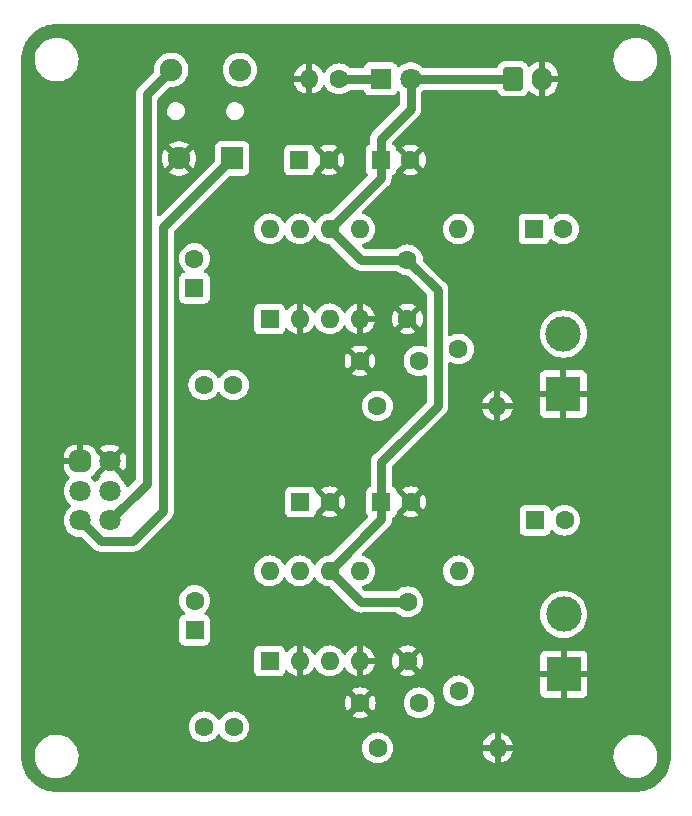
<source format=gbr>
%TF.GenerationSoftware,KiCad,Pcbnew,7.0.8*%
%TF.CreationDate,2024-08-19T13:22:41+09:00*%
%TF.ProjectId,lm386_stereo_amp,6c6d3338-365f-4737-9465-72656f5f616d,rev?*%
%TF.SameCoordinates,Original*%
%TF.FileFunction,Copper,L2,Bot*%
%TF.FilePolarity,Positive*%
%FSLAX46Y46*%
G04 Gerber Fmt 4.6, Leading zero omitted, Abs format (unit mm)*
G04 Created by KiCad (PCBNEW 7.0.8) date 2024-08-19 13:22:41*
%MOMM*%
%LPD*%
G01*
G04 APERTURE LIST*
G04 Aperture macros list*
%AMRoundRect*
0 Rectangle with rounded corners*
0 $1 Rounding radius*
0 $2 $3 $4 $5 $6 $7 $8 $9 X,Y pos of 4 corners*
0 Add a 4 corners polygon primitive as box body*
4,1,4,$2,$3,$4,$5,$6,$7,$8,$9,$2,$3,0*
0 Add four circle primitives for the rounded corners*
1,1,$1+$1,$2,$3*
1,1,$1+$1,$4,$5*
1,1,$1+$1,$6,$7*
1,1,$1+$1,$8,$9*
0 Add four rect primitives between the rounded corners*
20,1,$1+$1,$2,$3,$4,$5,0*
20,1,$1+$1,$4,$5,$6,$7,0*
20,1,$1+$1,$6,$7,$8,$9,0*
20,1,$1+$1,$8,$9,$2,$3,0*%
G04 Aperture macros list end*
%TA.AperFunction,ComponentPad*%
%ADD10RoundRect,0.450000X0.450000X0.450000X-0.450000X0.450000X-0.450000X-0.450000X0.450000X-0.450000X0*%
%TD*%
%TA.AperFunction,ComponentPad*%
%ADD11C,1.800000*%
%TD*%
%TA.AperFunction,ComponentPad*%
%ADD12R,1.600000X1.600000*%
%TD*%
%TA.AperFunction,ComponentPad*%
%ADD13C,1.600000*%
%TD*%
%TA.AperFunction,ComponentPad*%
%ADD14R,1.800000X1.800000*%
%TD*%
%TA.AperFunction,ComponentPad*%
%ADD15RoundRect,0.250000X-0.600000X-0.750000X0.600000X-0.750000X0.600000X0.750000X-0.600000X0.750000X0*%
%TD*%
%TA.AperFunction,ComponentPad*%
%ADD16O,1.700000X2.000000*%
%TD*%
%TA.AperFunction,ComponentPad*%
%ADD17R,3.000000X3.000000*%
%TD*%
%TA.AperFunction,ComponentPad*%
%ADD18C,3.000000*%
%TD*%
%TA.AperFunction,ComponentPad*%
%ADD19O,1.600000X1.600000*%
%TD*%
%TA.AperFunction,ComponentPad*%
%ADD20R,1.900000X1.900000*%
%TD*%
%TA.AperFunction,ComponentPad*%
%ADD21C,1.900000*%
%TD*%
%TA.AperFunction,ViaPad*%
%ADD22C,0.800000*%
%TD*%
%TA.AperFunction,Conductor*%
%ADD23C,0.800000*%
%TD*%
G04 APERTURE END LIST*
D10*
%TO.P,RV1,1,1*%
%TO.N,GND*%
X129005000Y-57020000D03*
D11*
%TO.P,RV1,2,2*%
%TO.N,Net-(C8-Pad2)*%
X129005000Y-59520000D03*
%TO.P,RV1,3,3*%
%TO.N,Net-(J2-PadR)*%
X129005000Y-62020000D03*
%TO.P,RV1,4,4*%
%TO.N,GND*%
X131505000Y-57020000D03*
%TO.P,RV1,5,5*%
%TO.N,Net-(C1-Pad2)*%
X131505000Y-59520000D03*
%TO.P,RV1,6,6*%
%TO.N,Net-(J2-PadT)*%
X131505000Y-62020000D03*
%TD*%
D12*
%TO.P,C9,1*%
%TO.N,Net-(U2-BYPASS)*%
X147638888Y-60452000D03*
D13*
%TO.P,C9,2*%
%TO.N,GND*%
X150138888Y-60452000D03*
%TD*%
%TO.P,C6,1*%
%TO.N,Net-(C6-Pad1)*%
X157678000Y-48518000D03*
%TO.P,C6,2*%
%TO.N,GND*%
X152678000Y-48518000D03*
%TD*%
%TO.P,C2,1*%
%TO.N,+9V*%
X156702000Y-39962000D03*
%TO.P,C2,2*%
%TO.N,GND*%
X156702000Y-44962000D03*
%TD*%
D12*
%TO.P,C3,1*%
%TO.N,+9V*%
X154456000Y-31500000D03*
D13*
%TO.P,C3,2*%
%TO.N,GND*%
X156956000Y-31500000D03*
%TD*%
D14*
%TO.P,D1,1,K*%
%TO.N,Net-(D1-K)*%
X154432000Y-24638000D03*
D11*
%TO.P,D1,2,A*%
%TO.N,+9V*%
X156972000Y-24638000D03*
%TD*%
D15*
%TO.P,J1,1,Pin_1*%
%TO.N,+9V*%
X165628000Y-24621000D03*
D16*
%TO.P,J1,2,Pin_2*%
%TO.N,GND*%
X168128000Y-24621000D03*
%TD*%
D17*
%TO.P,J4,1,Pin_1*%
%TO.N,GND*%
X169926000Y-75057000D03*
D18*
%TO.P,J4,2,Pin_2*%
%TO.N,Net-(J4-Pin_2)*%
X169926000Y-69977000D03*
%TD*%
D13*
%TO.P,C1,1*%
%TO.N,Net-(U1-+)*%
X141970000Y-50550000D03*
%TO.P,C1,2*%
%TO.N,Net-(C1-Pad2)*%
X139470000Y-50550000D03*
%TD*%
D12*
%TO.P,U2,1,GAIN*%
%TO.N,Net-(C10-Pad1)*%
X145034000Y-73914000D03*
D19*
%TO.P,U2,2,-*%
%TO.N,GND*%
X147574000Y-73914000D03*
%TO.P,U2,3,+*%
%TO.N,Net-(U2-+)*%
X150114000Y-73914000D03*
%TO.P,U2,4,GND*%
%TO.N,GND*%
X152654000Y-73914000D03*
%TO.P,U2,5*%
%TO.N,Net-(C12-Pad1)*%
X152654000Y-66294000D03*
%TO.P,U2,6,V+*%
%TO.N,+9V*%
X150114000Y-66294000D03*
%TO.P,U2,7,BYPASS*%
%TO.N,Net-(U2-BYPASS)*%
X147574000Y-66294000D03*
%TO.P,U2,8,GAIN*%
%TO.N,Net-(C10-Pad2)*%
X145034000Y-66294000D03*
%TD*%
D20*
%TO.P,J2,R*%
%TO.N,Net-(J2-PadR)*%
X141859000Y-31369000D03*
D21*
%TO.P,J2,S*%
%TO.N,GND*%
X137359000Y-31369000D03*
%TO.P,J2,T*%
%TO.N,Net-(J2-PadT)*%
X142509000Y-23869000D03*
X136709000Y-23869000D03*
%TD*%
D12*
%TO.P,C10,1*%
%TO.N,Net-(C10-Pad1)*%
X138684000Y-71309113D03*
D13*
%TO.P,C10,2*%
%TO.N,Net-(C10-Pad2)*%
X138684000Y-68809113D03*
%TD*%
D12*
%TO.P,C7,1*%
%TO.N,Net-(C7-Pad1)*%
X167410000Y-37342000D03*
D13*
%TO.P,C7,2*%
%TO.N,Net-(J3-Pin_2)*%
X169910000Y-37342000D03*
%TD*%
%TO.P,R4,1*%
%TO.N,Net-(U2-+)*%
X154178000Y-81280000D03*
D19*
%TO.P,R4,2*%
%TO.N,GND*%
X164338000Y-81280000D03*
%TD*%
D12*
%TO.P,C4,1*%
%TO.N,Net-(U1-BYPASS)*%
X147558000Y-31500000D03*
D13*
%TO.P,C4,2*%
%TO.N,GND*%
X150058000Y-31500000D03*
%TD*%
D12*
%TO.P,U1,1,GAIN*%
%TO.N,Net-(C5-Pad1)*%
X145034000Y-44958000D03*
D19*
%TO.P,U1,2,-*%
%TO.N,GND*%
X147574000Y-44958000D03*
%TO.P,U1,3,+*%
%TO.N,Net-(U1-+)*%
X150114000Y-44958000D03*
%TO.P,U1,4,GND*%
%TO.N,GND*%
X152654000Y-44958000D03*
%TO.P,U1,5*%
%TO.N,Net-(C7-Pad1)*%
X152654000Y-37338000D03*
%TO.P,U1,6,V+*%
%TO.N,+9V*%
X150114000Y-37338000D03*
%TO.P,U1,7,BYPASS*%
%TO.N,Net-(U1-BYPASS)*%
X147574000Y-37338000D03*
%TO.P,U1,8,GAIN*%
%TO.N,Net-(C5-Pad2)*%
X145034000Y-37338000D03*
%TD*%
D13*
%TO.P,C8,1*%
%TO.N,Net-(U2-+)*%
X141986000Y-79502000D03*
%TO.P,C8,2*%
%TO.N,Net-(C8-Pad2)*%
X139486000Y-79502000D03*
%TD*%
%TO.P,C11,1*%
%TO.N,Net-(C11-Pad1)*%
X157694000Y-77470000D03*
%TO.P,C11,2*%
%TO.N,GND*%
X152694000Y-77470000D03*
%TD*%
%TO.P,R5,1*%
%TO.N,Net-(C11-Pad1)*%
X161036000Y-76454000D03*
D19*
%TO.P,R5,2*%
%TO.N,Net-(C12-Pad1)*%
X161036000Y-66294000D03*
%TD*%
D17*
%TO.P,J3,1,Pin_1*%
%TO.N,GND*%
X169910000Y-51312000D03*
D18*
%TO.P,J3,2,Pin_2*%
%TO.N,Net-(J3-Pin_2)*%
X169910000Y-46232000D03*
%TD*%
D12*
%TO.P,C12,1*%
%TO.N,Net-(C12-Pad1)*%
X167500000Y-62000000D03*
D13*
%TO.P,C12,2*%
%TO.N,Net-(J4-Pin_2)*%
X170000000Y-62000000D03*
%TD*%
D19*
%TO.P,R2,2*%
%TO.N,GND*%
X148365000Y-24638000D03*
D13*
%TO.P,R2,1*%
%TO.N,Net-(D1-K)*%
X150905000Y-24638000D03*
%TD*%
D12*
%TO.P,C14,1*%
%TO.N,+9V*%
X154496888Y-60452000D03*
D13*
%TO.P,C14,2*%
%TO.N,GND*%
X156996888Y-60452000D03*
%TD*%
%TO.P,C13,1*%
%TO.N,+9V*%
X156718000Y-68914000D03*
%TO.P,C13,2*%
%TO.N,GND*%
X156718000Y-73914000D03*
%TD*%
%TO.P,R3,1*%
%TO.N,Net-(C6-Pad1)*%
X161020000Y-47502000D03*
D19*
%TO.P,R3,2*%
%TO.N,Net-(C7-Pad1)*%
X161020000Y-37342000D03*
%TD*%
D13*
%TO.P,R1,1*%
%TO.N,Net-(U1-+)*%
X154162000Y-52328000D03*
D19*
%TO.P,R1,2*%
%TO.N,GND*%
X164322000Y-52328000D03*
%TD*%
D12*
%TO.P,C5,1*%
%TO.N,Net-(C5-Pad1)*%
X138668000Y-42357113D03*
D13*
%TO.P,C5,2*%
%TO.N,Net-(C5-Pad2)*%
X138668000Y-39857113D03*
%TD*%
D22*
%TO.N,GND*%
X177500000Y-57000000D03*
X134000000Y-73000000D03*
X161000000Y-61000000D03*
X149000000Y-82000000D03*
X164500000Y-75000000D03*
X172000000Y-83500000D03*
X131000000Y-83500000D03*
X146500000Y-41000000D03*
X172000000Y-21000000D03*
X125000000Y-27000000D03*
X131000000Y-21000000D03*
X163000000Y-32000000D03*
X125500000Y-51500000D03*
X146000000Y-54500000D03*
X157000000Y-35500000D03*
X132000000Y-25500000D03*
X159000000Y-21500000D03*
X140500000Y-62500000D03*
X177500000Y-78000000D03*
X175500000Y-38500000D03*
X164000000Y-46500000D03*
X155000000Y-64500000D03*
X174500000Y-65000000D03*
X145500000Y-34500000D03*
X151000000Y-41000000D03*
X125000000Y-78000000D03*
X132500000Y-35000000D03*
X174000000Y-31500000D03*
X161000000Y-27500000D03*
X177500000Y-27000000D03*
X146000000Y-48000000D03*
X148500000Y-78000000D03*
X135500000Y-66000000D03*
%TD*%
D23*
%TO.N,+9V*%
X159258000Y-42518000D02*
X159258000Y-52324000D01*
X154496888Y-57085112D02*
X154496888Y-60452000D01*
X152738000Y-39962000D02*
X156702000Y-39962000D01*
X154456000Y-29694000D02*
X154456000Y-31500000D01*
X154496888Y-60452000D02*
X154496888Y-61911112D01*
X159258000Y-52324000D02*
X154496888Y-57085112D01*
X156702000Y-39962000D02*
X159258000Y-42518000D01*
X150114000Y-66294000D02*
X152734000Y-68914000D01*
X150114000Y-37338000D02*
X152738000Y-39962000D01*
X156972000Y-27178000D02*
X154456000Y-29694000D01*
X154496888Y-61911112D02*
X150114000Y-66294000D01*
X165648000Y-24638000D02*
X156972000Y-24638000D01*
X152734000Y-68914000D02*
X156718000Y-68914000D01*
X154456000Y-32996000D02*
X150114000Y-37338000D01*
X154456000Y-31500000D02*
X154456000Y-32996000D01*
X156972000Y-24638000D02*
X156972000Y-27178000D01*
%TO.N,Net-(D1-K)*%
X154432000Y-24638000D02*
X150905000Y-24638000D01*
%TO.N,Net-(J2-PadR)*%
X136017000Y-61214000D02*
X136017000Y-37211000D01*
X136017000Y-37211000D02*
X141859000Y-31369000D01*
X130739000Y-63754000D02*
X133477000Y-63754000D01*
X129005000Y-62020000D02*
X130739000Y-63754000D01*
X133477000Y-63754000D02*
X136017000Y-61214000D01*
%TO.N,Net-(J2-PadT)*%
X136709000Y-23869000D02*
X134620000Y-25958000D01*
X134620000Y-58905000D02*
X131505000Y-62020000D01*
X134620000Y-25958000D02*
X134620000Y-58905000D01*
%TD*%
%TA.AperFunction,Conductor*%
%TO.N,GND*%
G36*
X131045507Y-57229844D02*
G01*
X131123239Y-57350798D01*
X131231900Y-57444952D01*
X131362685Y-57504680D01*
X131372466Y-57506086D01*
X130706199Y-58172351D01*
X130706227Y-58172801D01*
X130746341Y-58228537D01*
X130750017Y-58298310D01*
X130715387Y-58358994D01*
X130705530Y-58367536D01*
X130553218Y-58486085D01*
X130553216Y-58486086D01*
X130553216Y-58486087D01*
X130477517Y-58568319D01*
X130396015Y-58656854D01*
X130358808Y-58713804D01*
X130305662Y-58759161D01*
X130236430Y-58768584D01*
X130173095Y-58739082D01*
X130151192Y-58713804D01*
X130113984Y-58656854D01*
X130113982Y-58656852D01*
X130113979Y-58656847D01*
X129956784Y-58486087D01*
X129950301Y-58481041D01*
X129909488Y-58424330D01*
X129905815Y-58354557D01*
X129940447Y-58293874D01*
X129969055Y-58273278D01*
X129980474Y-58267313D01*
X130130215Y-58145215D01*
X130252313Y-57995474D01*
X130327005Y-57852483D01*
X130349233Y-57822213D01*
X131021923Y-57149523D01*
X131045507Y-57229844D01*
G37*
%TD.AperFunction*%
%TA.AperFunction,Conductor*%
G36*
X176001619Y-20000584D02*
G01*
X176133628Y-20007503D01*
X176317027Y-20017803D01*
X176323212Y-20018465D01*
X176475647Y-20042608D01*
X176638194Y-20070226D01*
X176643811Y-20071453D01*
X176796693Y-20112418D01*
X176889122Y-20139046D01*
X176951724Y-20157082D01*
X176956759Y-20158769D01*
X177106183Y-20216127D01*
X177254007Y-20277358D01*
X177258412Y-20279388D01*
X177324180Y-20312899D01*
X177401921Y-20352511D01*
X177477428Y-20394241D01*
X177541480Y-20429641D01*
X177545215Y-20431882D01*
X177619487Y-20480115D01*
X177680872Y-20519980D01*
X177768357Y-20582053D01*
X177810764Y-20612142D01*
X177813886Y-20614510D01*
X177938748Y-20715621D01*
X177941034Y-20717567D01*
X178058721Y-20822738D01*
X178061248Y-20825128D01*
X178174870Y-20938750D01*
X178177260Y-20941277D01*
X178282431Y-21058964D01*
X178284385Y-21061260D01*
X178385480Y-21186102D01*
X178387862Y-21189243D01*
X178480019Y-21319127D01*
X178533758Y-21401875D01*
X178568106Y-21454767D01*
X178570364Y-21458531D01*
X178647488Y-21598078D01*
X178720604Y-21741575D01*
X178722643Y-21745997D01*
X178783877Y-21893829D01*
X178841221Y-22043217D01*
X178842916Y-22048273D01*
X178887579Y-22203297D01*
X178928541Y-22356171D01*
X178929778Y-22361835D01*
X178957394Y-22524369D01*
X178981530Y-22676758D01*
X178982196Y-22682985D01*
X178992509Y-22866617D01*
X178999415Y-22998377D01*
X178999500Y-23001623D01*
X178999500Y-81998376D01*
X178999415Y-82001622D01*
X178992509Y-82133382D01*
X178982196Y-82317013D01*
X178981530Y-82323240D01*
X178957394Y-82475630D01*
X178929778Y-82638163D01*
X178928541Y-82643827D01*
X178887579Y-82796702D01*
X178842916Y-82951725D01*
X178841221Y-82956781D01*
X178783877Y-83106170D01*
X178722643Y-83254001D01*
X178720604Y-83258423D01*
X178647488Y-83401921D01*
X178570364Y-83541467D01*
X178568097Y-83545246D01*
X178480019Y-83680872D01*
X178387862Y-83810755D01*
X178385480Y-83813896D01*
X178284385Y-83938738D01*
X178282431Y-83941034D01*
X178177260Y-84058721D01*
X178174870Y-84061248D01*
X178061248Y-84174870D01*
X178058721Y-84177260D01*
X177941034Y-84282431D01*
X177938738Y-84284385D01*
X177813896Y-84385480D01*
X177810755Y-84387862D01*
X177680872Y-84480019D01*
X177545246Y-84568097D01*
X177541467Y-84570364D01*
X177401921Y-84647488D01*
X177258423Y-84720604D01*
X177254001Y-84722643D01*
X177106170Y-84783877D01*
X176956781Y-84841221D01*
X176951725Y-84842916D01*
X176796702Y-84887579D01*
X176643827Y-84928541D01*
X176638163Y-84929778D01*
X176475630Y-84957394D01*
X176323240Y-84981530D01*
X176317013Y-84982196D01*
X176133382Y-84992509D01*
X176001622Y-84999415D01*
X175998376Y-84999500D01*
X127001624Y-84999500D01*
X126998378Y-84999415D01*
X126866617Y-84992509D01*
X126682985Y-84982196D01*
X126676758Y-84981530D01*
X126524369Y-84957394D01*
X126361835Y-84929778D01*
X126356171Y-84928541D01*
X126203297Y-84887579D01*
X126048273Y-84842916D01*
X126043217Y-84841221D01*
X125893829Y-84783877D01*
X125745997Y-84722643D01*
X125741575Y-84720604D01*
X125598078Y-84647488D01*
X125458531Y-84570364D01*
X125454767Y-84568106D01*
X125401875Y-84533758D01*
X125319127Y-84480019D01*
X125189243Y-84387862D01*
X125186102Y-84385480D01*
X125061260Y-84284385D01*
X125058964Y-84282431D01*
X124941277Y-84177260D01*
X124938750Y-84174870D01*
X124825128Y-84061248D01*
X124822738Y-84058721D01*
X124717567Y-83941034D01*
X124715613Y-83938738D01*
X124676848Y-83890867D01*
X124614510Y-83813886D01*
X124612136Y-83810755D01*
X124519980Y-83680872D01*
X124479177Y-83618042D01*
X124431882Y-83545215D01*
X124429641Y-83541480D01*
X124389352Y-83468581D01*
X124352511Y-83401921D01*
X124312899Y-83324180D01*
X124279388Y-83258412D01*
X124277358Y-83254007D01*
X124216122Y-83106170D01*
X124158769Y-82956759D01*
X124157082Y-82951724D01*
X124112420Y-82796702D01*
X124107316Y-82777652D01*
X124071453Y-82643811D01*
X124070226Y-82638194D01*
X124042601Y-82475606D01*
X124018465Y-82323212D01*
X124017803Y-82317027D01*
X124007490Y-82133382D01*
X124004051Y-82067763D01*
X125145787Y-82067763D01*
X125175413Y-82337013D01*
X125175415Y-82337024D01*
X125235182Y-82565635D01*
X125243928Y-82599088D01*
X125349870Y-82848390D01*
X125416021Y-82956782D01*
X125490979Y-83079605D01*
X125490986Y-83079615D01*
X125664253Y-83287819D01*
X125664259Y-83287824D01*
X125865998Y-83468582D01*
X126091910Y-83618044D01*
X126337176Y-83733020D01*
X126337183Y-83733022D01*
X126337185Y-83733023D01*
X126596557Y-83811057D01*
X126596564Y-83811058D01*
X126596569Y-83811060D01*
X126864561Y-83850500D01*
X126864566Y-83850500D01*
X127067636Y-83850500D01*
X127119133Y-83846730D01*
X127270156Y-83835677D01*
X127382758Y-83810593D01*
X127534546Y-83776782D01*
X127534548Y-83776781D01*
X127534553Y-83776780D01*
X127787558Y-83680014D01*
X128023777Y-83547441D01*
X128238177Y-83381888D01*
X128426186Y-83186881D01*
X128583799Y-82966579D01*
X128680933Y-82777652D01*
X128707649Y-82725690D01*
X128707651Y-82725684D01*
X128707656Y-82725675D01*
X128795118Y-82469305D01*
X128844319Y-82202933D01*
X128854212Y-81932235D01*
X128824586Y-81662982D01*
X128756072Y-81400912D01*
X128704690Y-81280001D01*
X152872532Y-81280001D01*
X152892364Y-81506686D01*
X152892366Y-81506697D01*
X152951258Y-81726488D01*
X152951261Y-81726497D01*
X153047431Y-81932732D01*
X153047432Y-81932734D01*
X153177954Y-82119141D01*
X153338858Y-82280045D01*
X153338861Y-82280047D01*
X153525266Y-82410568D01*
X153731504Y-82506739D01*
X153951308Y-82565635D01*
X154113230Y-82579801D01*
X154177998Y-82585468D01*
X154178000Y-82585468D01*
X154178002Y-82585468D01*
X154234673Y-82580509D01*
X154404692Y-82565635D01*
X154624496Y-82506739D01*
X154830734Y-82410568D01*
X155017139Y-82280047D01*
X155178047Y-82119139D01*
X155308568Y-81932734D01*
X155404739Y-81726496D01*
X155463635Y-81506692D01*
X155483468Y-81280000D01*
X155463635Y-81053308D01*
X155457389Y-81029999D01*
X163059127Y-81029999D01*
X163059128Y-81030000D01*
X164022314Y-81030000D01*
X164010359Y-81041955D01*
X163952835Y-81154852D01*
X163933014Y-81280000D01*
X163952835Y-81405148D01*
X164010359Y-81518045D01*
X164022314Y-81530000D01*
X163059128Y-81530000D01*
X163111730Y-81726317D01*
X163111734Y-81726326D01*
X163207865Y-81932482D01*
X163338342Y-82118820D01*
X163499179Y-82279657D01*
X163685517Y-82410134D01*
X163891673Y-82506265D01*
X163891682Y-82506269D01*
X164087999Y-82558872D01*
X164088000Y-82558871D01*
X164088000Y-81595686D01*
X164099955Y-81607641D01*
X164212852Y-81665165D01*
X164306519Y-81680000D01*
X164369481Y-81680000D01*
X164463148Y-81665165D01*
X164576045Y-81607641D01*
X164588000Y-81595686D01*
X164588000Y-82558872D01*
X164784317Y-82506269D01*
X164784326Y-82506265D01*
X164990482Y-82410134D01*
X165176820Y-82279657D01*
X165337657Y-82118820D01*
X165373408Y-82067763D01*
X174145787Y-82067763D01*
X174175413Y-82337013D01*
X174175415Y-82337024D01*
X174235182Y-82565635D01*
X174243928Y-82599088D01*
X174349870Y-82848390D01*
X174416021Y-82956782D01*
X174490979Y-83079605D01*
X174490986Y-83079615D01*
X174664253Y-83287819D01*
X174664259Y-83287824D01*
X174865998Y-83468582D01*
X175091910Y-83618044D01*
X175337176Y-83733020D01*
X175337183Y-83733022D01*
X175337185Y-83733023D01*
X175596557Y-83811057D01*
X175596564Y-83811058D01*
X175596569Y-83811060D01*
X175864561Y-83850500D01*
X175864566Y-83850500D01*
X176067636Y-83850500D01*
X176119133Y-83846730D01*
X176270156Y-83835677D01*
X176382758Y-83810593D01*
X176534546Y-83776782D01*
X176534548Y-83776781D01*
X176534553Y-83776780D01*
X176787558Y-83680014D01*
X177023777Y-83547441D01*
X177238177Y-83381888D01*
X177426186Y-83186881D01*
X177583799Y-82966579D01*
X177680933Y-82777652D01*
X177707649Y-82725690D01*
X177707651Y-82725684D01*
X177707656Y-82725675D01*
X177795118Y-82469305D01*
X177844319Y-82202933D01*
X177854212Y-81932235D01*
X177824586Y-81662982D01*
X177756072Y-81400912D01*
X177650130Y-81151610D01*
X177509018Y-80920390D01*
X177487751Y-80894835D01*
X177335746Y-80712180D01*
X177335740Y-80712175D01*
X177134002Y-80531418D01*
X176908092Y-80381957D01*
X176908090Y-80381956D01*
X176662824Y-80266980D01*
X176662819Y-80266978D01*
X176662814Y-80266976D01*
X176403442Y-80188942D01*
X176403428Y-80188939D01*
X176287791Y-80171921D01*
X176135439Y-80149500D01*
X175932369Y-80149500D01*
X175932364Y-80149500D01*
X175729844Y-80164323D01*
X175729831Y-80164325D01*
X175465453Y-80223217D01*
X175465446Y-80223220D01*
X175212439Y-80319987D01*
X174976226Y-80452557D01*
X174761822Y-80618112D01*
X174573822Y-80813109D01*
X174573816Y-80813116D01*
X174416202Y-81033419D01*
X174416199Y-81033424D01*
X174292350Y-81274309D01*
X174292343Y-81274327D01*
X174204884Y-81530685D01*
X174204882Y-81530695D01*
X174168718Y-81726488D01*
X174155681Y-81797068D01*
X174155680Y-81797075D01*
X174145787Y-82067763D01*
X165373408Y-82067763D01*
X165468134Y-81932482D01*
X165564265Y-81726326D01*
X165564269Y-81726317D01*
X165616872Y-81530000D01*
X164653686Y-81530000D01*
X164665641Y-81518045D01*
X164723165Y-81405148D01*
X164742986Y-81280000D01*
X164723165Y-81154852D01*
X164665641Y-81041955D01*
X164653686Y-81030000D01*
X165616872Y-81030000D01*
X165616872Y-81029999D01*
X165564269Y-80833682D01*
X165564265Y-80833673D01*
X165468134Y-80627517D01*
X165337657Y-80441179D01*
X165176820Y-80280342D01*
X164990482Y-80149865D01*
X164784328Y-80053734D01*
X164588000Y-80001127D01*
X164588000Y-80964314D01*
X164576045Y-80952359D01*
X164463148Y-80894835D01*
X164369481Y-80880000D01*
X164306519Y-80880000D01*
X164212852Y-80894835D01*
X164099955Y-80952359D01*
X164088000Y-80964314D01*
X164088000Y-80001127D01*
X163891671Y-80053734D01*
X163685517Y-80149865D01*
X163499179Y-80280342D01*
X163338342Y-80441179D01*
X163207865Y-80627517D01*
X163111734Y-80833673D01*
X163111730Y-80833682D01*
X163059127Y-81029999D01*
X155457389Y-81029999D01*
X155404739Y-80833504D01*
X155308568Y-80627266D01*
X155178047Y-80440861D01*
X155178045Y-80440858D01*
X155017141Y-80279954D01*
X154830734Y-80149432D01*
X154830732Y-80149431D01*
X154624497Y-80053261D01*
X154624488Y-80053258D01*
X154404697Y-79994366D01*
X154404693Y-79994365D01*
X154404692Y-79994365D01*
X154404691Y-79994364D01*
X154404686Y-79994364D01*
X154178002Y-79974532D01*
X154177998Y-79974532D01*
X153951313Y-79994364D01*
X153951302Y-79994366D01*
X153731511Y-80053258D01*
X153731502Y-80053261D01*
X153525267Y-80149431D01*
X153525265Y-80149432D01*
X153338858Y-80279954D01*
X153177954Y-80440858D01*
X153047432Y-80627265D01*
X153047431Y-80627267D01*
X152951261Y-80833502D01*
X152951258Y-80833511D01*
X152892366Y-81053302D01*
X152892364Y-81053313D01*
X152872532Y-81279998D01*
X152872532Y-81280001D01*
X128704690Y-81280001D01*
X128650130Y-81151610D01*
X128509018Y-80920390D01*
X128487751Y-80894835D01*
X128335746Y-80712180D01*
X128335740Y-80712175D01*
X128134002Y-80531418D01*
X127908092Y-80381957D01*
X127908090Y-80381956D01*
X127662824Y-80266980D01*
X127662819Y-80266978D01*
X127662814Y-80266976D01*
X127403442Y-80188942D01*
X127403428Y-80188939D01*
X127287791Y-80171921D01*
X127135439Y-80149500D01*
X126932369Y-80149500D01*
X126932364Y-80149500D01*
X126729844Y-80164323D01*
X126729831Y-80164325D01*
X126465453Y-80223217D01*
X126465446Y-80223220D01*
X126212439Y-80319987D01*
X125976226Y-80452557D01*
X125761822Y-80618112D01*
X125573822Y-80813109D01*
X125573816Y-80813116D01*
X125416202Y-81033419D01*
X125416199Y-81033424D01*
X125292350Y-81274309D01*
X125292343Y-81274327D01*
X125204884Y-81530685D01*
X125204882Y-81530695D01*
X125168718Y-81726488D01*
X125155681Y-81797068D01*
X125155680Y-81797075D01*
X125145787Y-82067763D01*
X124004051Y-82067763D01*
X124000584Y-82001620D01*
X124000500Y-81998377D01*
X124000500Y-79502001D01*
X138180532Y-79502001D01*
X138200364Y-79728686D01*
X138200366Y-79728697D01*
X138259258Y-79948488D01*
X138259261Y-79948497D01*
X138355431Y-80154732D01*
X138355432Y-80154734D01*
X138485954Y-80341141D01*
X138646858Y-80502045D01*
X138646861Y-80502047D01*
X138833266Y-80632568D01*
X139039504Y-80728739D01*
X139259308Y-80787635D01*
X139421230Y-80801801D01*
X139485998Y-80807468D01*
X139486000Y-80807468D01*
X139486002Y-80807468D01*
X139542673Y-80802509D01*
X139712692Y-80787635D01*
X139932496Y-80728739D01*
X140138734Y-80632568D01*
X140325139Y-80502047D01*
X140486047Y-80341139D01*
X140616568Y-80154734D01*
X140623618Y-80139614D01*
X140669789Y-80087176D01*
X140736982Y-80068023D01*
X140803864Y-80088238D01*
X140848381Y-80139614D01*
X140855432Y-80154733D01*
X140855432Y-80154734D01*
X140985954Y-80341141D01*
X141146858Y-80502045D01*
X141146861Y-80502047D01*
X141333266Y-80632568D01*
X141539504Y-80728739D01*
X141759308Y-80787635D01*
X141921230Y-80801801D01*
X141985998Y-80807468D01*
X141986000Y-80807468D01*
X141986002Y-80807468D01*
X142042673Y-80802509D01*
X142212692Y-80787635D01*
X142432496Y-80728739D01*
X142638734Y-80632568D01*
X142825139Y-80502047D01*
X142986047Y-80341139D01*
X143116568Y-80154734D01*
X143212739Y-79948496D01*
X143271635Y-79728692D01*
X143291468Y-79502000D01*
X143271635Y-79275308D01*
X143212739Y-79055504D01*
X143116568Y-78849266D01*
X142986047Y-78662861D01*
X142986045Y-78662858D01*
X142825141Y-78501954D01*
X142638734Y-78371432D01*
X142638732Y-78371431D01*
X142432497Y-78275261D01*
X142432488Y-78275258D01*
X142212697Y-78216366D01*
X142212693Y-78216365D01*
X142212692Y-78216365D01*
X142212691Y-78216364D01*
X142212686Y-78216364D01*
X141986002Y-78196532D01*
X141985998Y-78196532D01*
X141759313Y-78216364D01*
X141759302Y-78216366D01*
X141539511Y-78275258D01*
X141539502Y-78275261D01*
X141333267Y-78371431D01*
X141333265Y-78371432D01*
X141146858Y-78501954D01*
X140985954Y-78662858D01*
X140907105Y-78775468D01*
X140855432Y-78849266D01*
X140848380Y-78864387D01*
X140802209Y-78916825D01*
X140735015Y-78935976D01*
X140668134Y-78915760D01*
X140623619Y-78864387D01*
X140616568Y-78849266D01*
X140486047Y-78662861D01*
X140486045Y-78662858D01*
X140325141Y-78501954D01*
X140138734Y-78371432D01*
X140138732Y-78371431D01*
X139932497Y-78275261D01*
X139932488Y-78275258D01*
X139712697Y-78216366D01*
X139712693Y-78216365D01*
X139712692Y-78216365D01*
X139712691Y-78216364D01*
X139712686Y-78216364D01*
X139486002Y-78196532D01*
X139485998Y-78196532D01*
X139259313Y-78216364D01*
X139259302Y-78216366D01*
X139039511Y-78275258D01*
X139039502Y-78275261D01*
X138833267Y-78371431D01*
X138833265Y-78371432D01*
X138646858Y-78501954D01*
X138485954Y-78662858D01*
X138355432Y-78849265D01*
X138355431Y-78849267D01*
X138259261Y-79055502D01*
X138259258Y-79055511D01*
X138200366Y-79275302D01*
X138200364Y-79275313D01*
X138180532Y-79501998D01*
X138180532Y-79502001D01*
X124000500Y-79502001D01*
X124000500Y-77470002D01*
X151389034Y-77470002D01*
X151408858Y-77696599D01*
X151408860Y-77696610D01*
X151467730Y-77916317D01*
X151467734Y-77916326D01*
X151563865Y-78122481D01*
X151563866Y-78122483D01*
X151614973Y-78195471D01*
X151614974Y-78195472D01*
X152296046Y-77514399D01*
X152308835Y-77595148D01*
X152366359Y-77708045D01*
X152455955Y-77797641D01*
X152568852Y-77855165D01*
X152649599Y-77867953D01*
X151968526Y-78549025D01*
X151968526Y-78549026D01*
X152041512Y-78600131D01*
X152041516Y-78600133D01*
X152247673Y-78696265D01*
X152247682Y-78696269D01*
X152467389Y-78755139D01*
X152467400Y-78755141D01*
X152693998Y-78774966D01*
X152694002Y-78774966D01*
X152920599Y-78755141D01*
X152920610Y-78755139D01*
X153140317Y-78696269D01*
X153140331Y-78696264D01*
X153346478Y-78600136D01*
X153419472Y-78549025D01*
X152738401Y-77867953D01*
X152819148Y-77855165D01*
X152932045Y-77797641D01*
X153021641Y-77708045D01*
X153079165Y-77595148D01*
X153091953Y-77514400D01*
X153773025Y-78195472D01*
X153824136Y-78122478D01*
X153920264Y-77916331D01*
X153920269Y-77916317D01*
X153979139Y-77696610D01*
X153979141Y-77696599D01*
X153998966Y-77470002D01*
X153998966Y-77470001D01*
X156388532Y-77470001D01*
X156408364Y-77696686D01*
X156408366Y-77696697D01*
X156467258Y-77916488D01*
X156467261Y-77916497D01*
X156563431Y-78122732D01*
X156563432Y-78122734D01*
X156693954Y-78309141D01*
X156854858Y-78470045D01*
X156854861Y-78470047D01*
X157041266Y-78600568D01*
X157247504Y-78696739D01*
X157467308Y-78755635D01*
X157629230Y-78769801D01*
X157693998Y-78775468D01*
X157694000Y-78775468D01*
X157694002Y-78775468D01*
X157750673Y-78770509D01*
X157920692Y-78755635D01*
X158140496Y-78696739D01*
X158346734Y-78600568D01*
X158533139Y-78470047D01*
X158694047Y-78309139D01*
X158824568Y-78122734D01*
X158920739Y-77916496D01*
X158979635Y-77696692D01*
X158999468Y-77470000D01*
X158979635Y-77243308D01*
X158920739Y-77023504D01*
X158824568Y-76817266D01*
X158694047Y-76630861D01*
X158694045Y-76630858D01*
X158533141Y-76469954D01*
X158510357Y-76454001D01*
X159730532Y-76454001D01*
X159750364Y-76680686D01*
X159750366Y-76680697D01*
X159809258Y-76900488D01*
X159809261Y-76900497D01*
X159905431Y-77106732D01*
X159905432Y-77106734D01*
X160035954Y-77293141D01*
X160196858Y-77454045D01*
X160196861Y-77454047D01*
X160383266Y-77584568D01*
X160589504Y-77680739D01*
X160809308Y-77739635D01*
X160971230Y-77753801D01*
X161035998Y-77759468D01*
X161036000Y-77759468D01*
X161036002Y-77759468D01*
X161092673Y-77754509D01*
X161262692Y-77739635D01*
X161482496Y-77680739D01*
X161688734Y-77584568D01*
X161875139Y-77454047D01*
X162036047Y-77293139D01*
X162166568Y-77106734D01*
X162262739Y-76900496D01*
X162321635Y-76680692D01*
X162328271Y-76604844D01*
X167926000Y-76604844D01*
X167932401Y-76664372D01*
X167932403Y-76664379D01*
X167982645Y-76799086D01*
X167982649Y-76799093D01*
X168068809Y-76914187D01*
X168068812Y-76914190D01*
X168183906Y-77000350D01*
X168183913Y-77000354D01*
X168318620Y-77050596D01*
X168318627Y-77050598D01*
X168378155Y-77056999D01*
X168378172Y-77057000D01*
X169676000Y-77057000D01*
X169676000Y-75778802D01*
X169837169Y-75817000D01*
X169970267Y-75817000D01*
X170102461Y-75801549D01*
X170176000Y-75774782D01*
X170176000Y-77057000D01*
X171473828Y-77057000D01*
X171473844Y-77056999D01*
X171533372Y-77050598D01*
X171533379Y-77050596D01*
X171668086Y-77000354D01*
X171668093Y-77000350D01*
X171783187Y-76914190D01*
X171783190Y-76914187D01*
X171869350Y-76799093D01*
X171869354Y-76799086D01*
X171919596Y-76664379D01*
X171919598Y-76664372D01*
X171925999Y-76604844D01*
X171926000Y-76604827D01*
X171926000Y-75307000D01*
X170644483Y-75307000D01*
X170679549Y-75189871D01*
X170689879Y-75012509D01*
X170659029Y-74837546D01*
X170645853Y-74807000D01*
X171926000Y-74807000D01*
X171926000Y-73509172D01*
X171925999Y-73509155D01*
X171919598Y-73449627D01*
X171919596Y-73449620D01*
X171869354Y-73314913D01*
X171869350Y-73314906D01*
X171783190Y-73199812D01*
X171783187Y-73199809D01*
X171668093Y-73113649D01*
X171668086Y-73113645D01*
X171533379Y-73063403D01*
X171533372Y-73063401D01*
X171473844Y-73057000D01*
X170176000Y-73057000D01*
X170176000Y-74335197D01*
X170014831Y-74297000D01*
X169881733Y-74297000D01*
X169749539Y-74312451D01*
X169676000Y-74339217D01*
X169676000Y-73057000D01*
X168378155Y-73057000D01*
X168318627Y-73063401D01*
X168318620Y-73063403D01*
X168183913Y-73113645D01*
X168183906Y-73113649D01*
X168068812Y-73199809D01*
X168068809Y-73199812D01*
X167982649Y-73314906D01*
X167982645Y-73314913D01*
X167932403Y-73449620D01*
X167932401Y-73449627D01*
X167926000Y-73509155D01*
X167926000Y-74807000D01*
X169207517Y-74807000D01*
X169172451Y-74924129D01*
X169162121Y-75101491D01*
X169192971Y-75276454D01*
X169206147Y-75307000D01*
X167926000Y-75307000D01*
X167926000Y-76604844D01*
X162328271Y-76604844D01*
X162341468Y-76454000D01*
X162321635Y-76227308D01*
X162262739Y-76007504D01*
X162166568Y-75801266D01*
X162036047Y-75614861D01*
X162036045Y-75614858D01*
X161875141Y-75453954D01*
X161688734Y-75323432D01*
X161688732Y-75323431D01*
X161482497Y-75227261D01*
X161482488Y-75227258D01*
X161262697Y-75168366D01*
X161262693Y-75168365D01*
X161262692Y-75168365D01*
X161262691Y-75168364D01*
X161262686Y-75168364D01*
X161036002Y-75148532D01*
X161035998Y-75148532D01*
X160809313Y-75168364D01*
X160809302Y-75168366D01*
X160589511Y-75227258D01*
X160589502Y-75227261D01*
X160383267Y-75323431D01*
X160383265Y-75323432D01*
X160196858Y-75453954D01*
X160035954Y-75614858D01*
X159905432Y-75801265D01*
X159905431Y-75801267D01*
X159809261Y-76007502D01*
X159809258Y-76007511D01*
X159750366Y-76227302D01*
X159750364Y-76227313D01*
X159730532Y-76453998D01*
X159730532Y-76454001D01*
X158510357Y-76454001D01*
X158346734Y-76339432D01*
X158346732Y-76339431D01*
X158140497Y-76243261D01*
X158140488Y-76243258D01*
X157920697Y-76184366D01*
X157920693Y-76184365D01*
X157920692Y-76184365D01*
X157920691Y-76184364D01*
X157920686Y-76184364D01*
X157694002Y-76164532D01*
X157693998Y-76164532D01*
X157467313Y-76184364D01*
X157467302Y-76184366D01*
X157247511Y-76243258D01*
X157247502Y-76243261D01*
X157041267Y-76339431D01*
X157041265Y-76339432D01*
X156854858Y-76469954D01*
X156693954Y-76630858D01*
X156563432Y-76817265D01*
X156563431Y-76817267D01*
X156467261Y-77023502D01*
X156467258Y-77023511D01*
X156408366Y-77243302D01*
X156408364Y-77243313D01*
X156388532Y-77469998D01*
X156388532Y-77470001D01*
X153998966Y-77470001D01*
X153998966Y-77469997D01*
X153979141Y-77243400D01*
X153979139Y-77243389D01*
X153920269Y-77023682D01*
X153920265Y-77023673D01*
X153824133Y-76817516D01*
X153824131Y-76817512D01*
X153773026Y-76744526D01*
X153773025Y-76744526D01*
X153091953Y-77425598D01*
X153079165Y-77344852D01*
X153021641Y-77231955D01*
X152932045Y-77142359D01*
X152819148Y-77084835D01*
X152738400Y-77072046D01*
X153419472Y-76390974D01*
X153419471Y-76390973D01*
X153346483Y-76339866D01*
X153346481Y-76339865D01*
X153140326Y-76243734D01*
X153140317Y-76243730D01*
X152920610Y-76184860D01*
X152920599Y-76184858D01*
X152694002Y-76165034D01*
X152693998Y-76165034D01*
X152467400Y-76184858D01*
X152467389Y-76184860D01*
X152247682Y-76243730D01*
X152247673Y-76243734D01*
X152041513Y-76339868D01*
X151968527Y-76390972D01*
X151968526Y-76390973D01*
X152649600Y-77072046D01*
X152568852Y-77084835D01*
X152455955Y-77142359D01*
X152366359Y-77231955D01*
X152308835Y-77344852D01*
X152296046Y-77425599D01*
X151614973Y-76744526D01*
X151614972Y-76744527D01*
X151563868Y-76817513D01*
X151467734Y-77023673D01*
X151467730Y-77023682D01*
X151408860Y-77243389D01*
X151408858Y-77243400D01*
X151389034Y-77469997D01*
X151389034Y-77470002D01*
X124000500Y-77470002D01*
X124000500Y-74761870D01*
X143733500Y-74761870D01*
X143733501Y-74761876D01*
X143739908Y-74821483D01*
X143790202Y-74956328D01*
X143790206Y-74956335D01*
X143876452Y-75071544D01*
X143876455Y-75071547D01*
X143991664Y-75157793D01*
X143991671Y-75157797D01*
X144126517Y-75208091D01*
X144126516Y-75208091D01*
X144133444Y-75208835D01*
X144186127Y-75214500D01*
X145881872Y-75214499D01*
X145941483Y-75208091D01*
X146076331Y-75157796D01*
X146191546Y-75071546D01*
X146277796Y-74956331D01*
X146328091Y-74821483D01*
X146331944Y-74785644D01*
X146358679Y-74721098D01*
X146416070Y-74681248D01*
X146485895Y-74678753D01*
X146545985Y-74714404D01*
X146556806Y-74727777D01*
X146574341Y-74752819D01*
X146735179Y-74913657D01*
X146921517Y-75044134D01*
X147127673Y-75140265D01*
X147127682Y-75140269D01*
X147323999Y-75192872D01*
X147324000Y-75192871D01*
X147324000Y-74229686D01*
X147335955Y-74241641D01*
X147448852Y-74299165D01*
X147542519Y-74314000D01*
X147605481Y-74314000D01*
X147699148Y-74299165D01*
X147812045Y-74241641D01*
X147824000Y-74229686D01*
X147824000Y-75192872D01*
X148020317Y-75140269D01*
X148020326Y-75140265D01*
X148226482Y-75044134D01*
X148412820Y-74913657D01*
X148573657Y-74752820D01*
X148704132Y-74566484D01*
X148731341Y-74508134D01*
X148777513Y-74455695D01*
X148844707Y-74436542D01*
X148911588Y-74456757D01*
X148956106Y-74508133D01*
X148983431Y-74566732D01*
X148983432Y-74566734D01*
X149113954Y-74753141D01*
X149274858Y-74914045D01*
X149274861Y-74914047D01*
X149461266Y-75044568D01*
X149667504Y-75140739D01*
X149887308Y-75199635D01*
X150049230Y-75213801D01*
X150113998Y-75219468D01*
X150114000Y-75219468D01*
X150114002Y-75219468D01*
X150170807Y-75214498D01*
X150340692Y-75199635D01*
X150560496Y-75140739D01*
X150766734Y-75044568D01*
X150953139Y-74914047D01*
X151114047Y-74753139D01*
X151244568Y-74566734D01*
X151271895Y-74508129D01*
X151318064Y-74455695D01*
X151385257Y-74436542D01*
X151452139Y-74456757D01*
X151496657Y-74508133D01*
X151523865Y-74566482D01*
X151654342Y-74752820D01*
X151815179Y-74913657D01*
X152001517Y-75044134D01*
X152207673Y-75140265D01*
X152207682Y-75140269D01*
X152403999Y-75192872D01*
X152404000Y-75192871D01*
X152404000Y-74229686D01*
X152415955Y-74241641D01*
X152528852Y-74299165D01*
X152622519Y-74314000D01*
X152685481Y-74314000D01*
X152779148Y-74299165D01*
X152892045Y-74241641D01*
X152904000Y-74229686D01*
X152904000Y-75192872D01*
X153100317Y-75140269D01*
X153100326Y-75140265D01*
X153306482Y-75044134D01*
X153492820Y-74913657D01*
X153653657Y-74752820D01*
X153784134Y-74566482D01*
X153880265Y-74360326D01*
X153880269Y-74360317D01*
X153932872Y-74164000D01*
X152969686Y-74164000D01*
X152981641Y-74152045D01*
X153039165Y-74039148D01*
X153058986Y-73914002D01*
X155413034Y-73914002D01*
X155432858Y-74140599D01*
X155432860Y-74140610D01*
X155491730Y-74360317D01*
X155491734Y-74360326D01*
X155587865Y-74566481D01*
X155587866Y-74566483D01*
X155638973Y-74639471D01*
X155638974Y-74639472D01*
X156320046Y-73958399D01*
X156332835Y-74039148D01*
X156390359Y-74152045D01*
X156479955Y-74241641D01*
X156592852Y-74299165D01*
X156673599Y-74311953D01*
X155992526Y-74993025D01*
X155992526Y-74993026D01*
X156065512Y-75044131D01*
X156065516Y-75044133D01*
X156271673Y-75140265D01*
X156271682Y-75140269D01*
X156491389Y-75199139D01*
X156491400Y-75199141D01*
X156717998Y-75218966D01*
X156718002Y-75218966D01*
X156944599Y-75199141D01*
X156944610Y-75199139D01*
X157164317Y-75140269D01*
X157164331Y-75140264D01*
X157370478Y-75044136D01*
X157443472Y-74993025D01*
X156762401Y-74311953D01*
X156843148Y-74299165D01*
X156956045Y-74241641D01*
X157045641Y-74152045D01*
X157103165Y-74039148D01*
X157115953Y-73958400D01*
X157797025Y-74639472D01*
X157848136Y-74566478D01*
X157944264Y-74360331D01*
X157944269Y-74360317D01*
X158003139Y-74140610D01*
X158003141Y-74140599D01*
X158022966Y-73914002D01*
X158022966Y-73913997D01*
X158003141Y-73687400D01*
X158003139Y-73687389D01*
X157944269Y-73467682D01*
X157944265Y-73467673D01*
X157848133Y-73261516D01*
X157848131Y-73261512D01*
X157797026Y-73188526D01*
X157797025Y-73188526D01*
X157115953Y-73869598D01*
X157103165Y-73788852D01*
X157045641Y-73675955D01*
X156956045Y-73586359D01*
X156843148Y-73528835D01*
X156762400Y-73516046D01*
X157443472Y-72834974D01*
X157443471Y-72834973D01*
X157370483Y-72783866D01*
X157370481Y-72783865D01*
X157164326Y-72687734D01*
X157164317Y-72687730D01*
X156944610Y-72628860D01*
X156944599Y-72628858D01*
X156718002Y-72609034D01*
X156717998Y-72609034D01*
X156491400Y-72628858D01*
X156491389Y-72628860D01*
X156271682Y-72687730D01*
X156271673Y-72687734D01*
X156065513Y-72783868D01*
X155992527Y-72834972D01*
X155992526Y-72834973D01*
X156673600Y-73516046D01*
X156592852Y-73528835D01*
X156479955Y-73586359D01*
X156390359Y-73675955D01*
X156332835Y-73788852D01*
X156320046Y-73869599D01*
X155638973Y-73188526D01*
X155638972Y-73188527D01*
X155587868Y-73261513D01*
X155491734Y-73467673D01*
X155491730Y-73467682D01*
X155432860Y-73687389D01*
X155432858Y-73687400D01*
X155413034Y-73913997D01*
X155413034Y-73914002D01*
X153058986Y-73914002D01*
X153058986Y-73914000D01*
X153039165Y-73788852D01*
X152981641Y-73675955D01*
X152969686Y-73664000D01*
X153932872Y-73664000D01*
X153932872Y-73663999D01*
X153880269Y-73467682D01*
X153880265Y-73467673D01*
X153784134Y-73261517D01*
X153653657Y-73075179D01*
X153492820Y-72914342D01*
X153306482Y-72783865D01*
X153100328Y-72687734D01*
X152904000Y-72635127D01*
X152904000Y-73598314D01*
X152892045Y-73586359D01*
X152779148Y-73528835D01*
X152685481Y-73514000D01*
X152622519Y-73514000D01*
X152528852Y-73528835D01*
X152415955Y-73586359D01*
X152404000Y-73598314D01*
X152404000Y-72635127D01*
X152207671Y-72687734D01*
X152001517Y-72783865D01*
X151815179Y-72914342D01*
X151654342Y-73075179D01*
X151523867Y-73261515D01*
X151496657Y-73319867D01*
X151450484Y-73372306D01*
X151383290Y-73391457D01*
X151316409Y-73371241D01*
X151271893Y-73319865D01*
X151244685Y-73261518D01*
X151244568Y-73261266D01*
X151114047Y-73074861D01*
X151114045Y-73074858D01*
X150953141Y-72913954D01*
X150766734Y-72783432D01*
X150766732Y-72783431D01*
X150560497Y-72687261D01*
X150560488Y-72687258D01*
X150340697Y-72628366D01*
X150340693Y-72628365D01*
X150340692Y-72628365D01*
X150340691Y-72628364D01*
X150340686Y-72628364D01*
X150114002Y-72608532D01*
X150113998Y-72608532D01*
X149887313Y-72628364D01*
X149887302Y-72628366D01*
X149667511Y-72687258D01*
X149667502Y-72687261D01*
X149461267Y-72783431D01*
X149461265Y-72783432D01*
X149274858Y-72913954D01*
X149113954Y-73074858D01*
X149026464Y-73199809D01*
X148983432Y-73261266D01*
X148983315Y-73261518D01*
X148956106Y-73319867D01*
X148909933Y-73372306D01*
X148842739Y-73391457D01*
X148775858Y-73371241D01*
X148731342Y-73319865D01*
X148704135Y-73261520D01*
X148704134Y-73261518D01*
X148573657Y-73075179D01*
X148412820Y-72914342D01*
X148226482Y-72783865D01*
X148020328Y-72687734D01*
X147824000Y-72635127D01*
X147824000Y-73598314D01*
X147812045Y-73586359D01*
X147699148Y-73528835D01*
X147605481Y-73514000D01*
X147542519Y-73514000D01*
X147448852Y-73528835D01*
X147335955Y-73586359D01*
X147324000Y-73598314D01*
X147324000Y-72635127D01*
X147127671Y-72687734D01*
X146921517Y-72783865D01*
X146735179Y-72914342D01*
X146574339Y-73075182D01*
X146556806Y-73100222D01*
X146502229Y-73143845D01*
X146432730Y-73151037D01*
X146370376Y-73119513D01*
X146334963Y-73059283D01*
X146331943Y-73042349D01*
X146328091Y-73006516D01*
X146277797Y-72871671D01*
X146277793Y-72871664D01*
X146191547Y-72756455D01*
X146191544Y-72756452D01*
X146076335Y-72670206D01*
X146076328Y-72670202D01*
X145941482Y-72619908D01*
X145941483Y-72619908D01*
X145881883Y-72613501D01*
X145881881Y-72613500D01*
X145881873Y-72613500D01*
X145881864Y-72613500D01*
X144186129Y-72613500D01*
X144186123Y-72613501D01*
X144126516Y-72619908D01*
X143991671Y-72670202D01*
X143991664Y-72670206D01*
X143876455Y-72756452D01*
X143876452Y-72756455D01*
X143790206Y-72871664D01*
X143790202Y-72871671D01*
X143739908Y-73006517D01*
X143733501Y-73066116D01*
X143733500Y-73066135D01*
X143733500Y-74761870D01*
X124000500Y-74761870D01*
X124000500Y-68809114D01*
X137378532Y-68809114D01*
X137398364Y-69035799D01*
X137398366Y-69035810D01*
X137457258Y-69255601D01*
X137457261Y-69255610D01*
X137553431Y-69461845D01*
X137553432Y-69461847D01*
X137683954Y-69648254D01*
X137841086Y-69805386D01*
X137874571Y-69866709D01*
X137869587Y-69936401D01*
X137827715Y-69992334D01*
X137781932Y-70013741D01*
X137776522Y-70015019D01*
X137641671Y-70065315D01*
X137641664Y-70065319D01*
X137526455Y-70151565D01*
X137526452Y-70151568D01*
X137440206Y-70266777D01*
X137440202Y-70266784D01*
X137389908Y-70401630D01*
X137383501Y-70461229D01*
X137383501Y-70461236D01*
X137383500Y-70461248D01*
X137383500Y-72156983D01*
X137383501Y-72156989D01*
X137389908Y-72216596D01*
X137440202Y-72351441D01*
X137440206Y-72351448D01*
X137526452Y-72466657D01*
X137526455Y-72466660D01*
X137641664Y-72552906D01*
X137641671Y-72552910D01*
X137776517Y-72603204D01*
X137776516Y-72603204D01*
X137783444Y-72603948D01*
X137836127Y-72609613D01*
X139531872Y-72609612D01*
X139591483Y-72603204D01*
X139726331Y-72552909D01*
X139841546Y-72466659D01*
X139927796Y-72351444D01*
X139978091Y-72216596D01*
X139984500Y-72156986D01*
X139984499Y-70461241D01*
X139978091Y-70401630D01*
X139927796Y-70266782D01*
X139927795Y-70266781D01*
X139927793Y-70266777D01*
X139841547Y-70151568D01*
X139841544Y-70151565D01*
X139726335Y-70065319D01*
X139726328Y-70065315D01*
X139591483Y-70015021D01*
X139586079Y-70013745D01*
X139525363Y-69979173D01*
X139492976Y-69917262D01*
X139499202Y-69847671D01*
X139526910Y-69805388D01*
X139684047Y-69648252D01*
X139814568Y-69461847D01*
X139910739Y-69255609D01*
X139969635Y-69035805D01*
X139989468Y-68809113D01*
X139969635Y-68582421D01*
X139910739Y-68362617D01*
X139814568Y-68156379D01*
X139712540Y-68010666D01*
X139684045Y-67969971D01*
X139523141Y-67809067D01*
X139336734Y-67678545D01*
X139336732Y-67678544D01*
X139130497Y-67582374D01*
X139130488Y-67582371D01*
X138910697Y-67523479D01*
X138910693Y-67523478D01*
X138910692Y-67523478D01*
X138910691Y-67523477D01*
X138910686Y-67523477D01*
X138684002Y-67503645D01*
X138683998Y-67503645D01*
X138457313Y-67523477D01*
X138457302Y-67523479D01*
X138237511Y-67582371D01*
X138237502Y-67582374D01*
X138031267Y-67678544D01*
X138031265Y-67678545D01*
X137844858Y-67809067D01*
X137683954Y-67969971D01*
X137553432Y-68156378D01*
X137553431Y-68156380D01*
X137457261Y-68362615D01*
X137457258Y-68362624D01*
X137398366Y-68582415D01*
X137398364Y-68582426D01*
X137378532Y-68809111D01*
X137378532Y-68809114D01*
X124000500Y-68809114D01*
X124000500Y-66294001D01*
X143728532Y-66294001D01*
X143748364Y-66520686D01*
X143748366Y-66520697D01*
X143807258Y-66740488D01*
X143807261Y-66740497D01*
X143903431Y-66946732D01*
X143903432Y-66946734D01*
X144033954Y-67133141D01*
X144194858Y-67294045D01*
X144194861Y-67294047D01*
X144381266Y-67424568D01*
X144587504Y-67520739D01*
X144587509Y-67520740D01*
X144587511Y-67520741D01*
X144640415Y-67534916D01*
X144807308Y-67579635D01*
X144969230Y-67593801D01*
X145033998Y-67599468D01*
X145034000Y-67599468D01*
X145034002Y-67599468D01*
X145090673Y-67594509D01*
X145260692Y-67579635D01*
X145480496Y-67520739D01*
X145686734Y-67424568D01*
X145873139Y-67294047D01*
X146034047Y-67133139D01*
X146164568Y-66946734D01*
X146191618Y-66888724D01*
X146237790Y-66836285D01*
X146304983Y-66817133D01*
X146371865Y-66837348D01*
X146416382Y-66888725D01*
X146443429Y-66946728D01*
X146443432Y-66946734D01*
X146573954Y-67133141D01*
X146734858Y-67294045D01*
X146734861Y-67294047D01*
X146921266Y-67424568D01*
X147127504Y-67520739D01*
X147127509Y-67520740D01*
X147127511Y-67520741D01*
X147180415Y-67534916D01*
X147347308Y-67579635D01*
X147509230Y-67593801D01*
X147573998Y-67599468D01*
X147574000Y-67599468D01*
X147574002Y-67599468D01*
X147630673Y-67594509D01*
X147800692Y-67579635D01*
X148020496Y-67520739D01*
X148226734Y-67424568D01*
X148413139Y-67294047D01*
X148574047Y-67133139D01*
X148704568Y-66946734D01*
X148731618Y-66888724D01*
X148777790Y-66836285D01*
X148844983Y-66817133D01*
X148911865Y-66837348D01*
X148956382Y-66888725D01*
X148983429Y-66946728D01*
X148983432Y-66946734D01*
X149113954Y-67133141D01*
X149274858Y-67294045D01*
X149274861Y-67294047D01*
X149461266Y-67424568D01*
X149667504Y-67520739D01*
X149667509Y-67520740D01*
X149667511Y-67520741D01*
X149720415Y-67534916D01*
X149887308Y-67579635D01*
X150104073Y-67598599D01*
X150169141Y-67624051D01*
X150180946Y-67634446D01*
X152040236Y-69493736D01*
X152052871Y-69508529D01*
X152061110Y-69519869D01*
X152061116Y-69519875D01*
X152112712Y-69566332D01*
X152115067Y-69568567D01*
X152130616Y-69584116D01*
X152130626Y-69584125D01*
X152147719Y-69597967D01*
X152150187Y-69600075D01*
X152201784Y-69646533D01*
X152204765Y-69648254D01*
X152213919Y-69653539D01*
X152229951Y-69664557D01*
X152240851Y-69673384D01*
X152240855Y-69673386D01*
X152302729Y-69704912D01*
X152305577Y-69706458D01*
X152365716Y-69741179D01*
X152379051Y-69745511D01*
X152397018Y-69752953D01*
X152409513Y-69759320D01*
X152476604Y-69777297D01*
X152479697Y-69778213D01*
X152545744Y-69799674D01*
X152559688Y-69801139D01*
X152578814Y-69804685D01*
X152588441Y-69807264D01*
X152592355Y-69808313D01*
X152661719Y-69811947D01*
X152664931Y-69812200D01*
X152686808Y-69814500D01*
X152708798Y-69814500D01*
X152712041Y-69814584D01*
X152781389Y-69818219D01*
X152795229Y-69816027D01*
X152814628Y-69814500D01*
X155727952Y-69814500D01*
X155794991Y-69834185D01*
X155815628Y-69850814D01*
X155878859Y-69914045D01*
X155878862Y-69914048D01*
X155910786Y-69936401D01*
X156065266Y-70044568D01*
X156271504Y-70140739D01*
X156271509Y-70140740D01*
X156271511Y-70140741D01*
X156324415Y-70154916D01*
X156491308Y-70199635D01*
X156653230Y-70213801D01*
X156717998Y-70219468D01*
X156718000Y-70219468D01*
X156718002Y-70219468D01*
X156774673Y-70214509D01*
X156944692Y-70199635D01*
X157164496Y-70140739D01*
X157370734Y-70044568D01*
X157467231Y-69977001D01*
X167920390Y-69977001D01*
X167940804Y-70262433D01*
X168001628Y-70542037D01*
X168101635Y-70810166D01*
X168238770Y-71061309D01*
X168238775Y-71061317D01*
X168410254Y-71290387D01*
X168410270Y-71290405D01*
X168612594Y-71492729D01*
X168612612Y-71492745D01*
X168841682Y-71664224D01*
X168841690Y-71664229D01*
X169092833Y-71801364D01*
X169092832Y-71801364D01*
X169092836Y-71801365D01*
X169092839Y-71801367D01*
X169360954Y-71901369D01*
X169360960Y-71901370D01*
X169360962Y-71901371D01*
X169640566Y-71962195D01*
X169640568Y-71962195D01*
X169640572Y-71962196D01*
X169894220Y-71980337D01*
X169925999Y-71982610D01*
X169926000Y-71982610D01*
X169926001Y-71982610D01*
X169954595Y-71980564D01*
X170211428Y-71962196D01*
X170491046Y-71901369D01*
X170759161Y-71801367D01*
X171010315Y-71664226D01*
X171239395Y-71492739D01*
X171441739Y-71290395D01*
X171613226Y-71061315D01*
X171750367Y-70810161D01*
X171850369Y-70542046D01*
X171850371Y-70542037D01*
X171911195Y-70262433D01*
X171911195Y-70262432D01*
X171911196Y-70262428D01*
X171931610Y-69977000D01*
X171911196Y-69691572D01*
X171907239Y-69673384D01*
X171850371Y-69411962D01*
X171850370Y-69411960D01*
X171850369Y-69411954D01*
X171750367Y-69143839D01*
X171748651Y-69140697D01*
X171613229Y-68892690D01*
X171613224Y-68892682D01*
X171441745Y-68663612D01*
X171441729Y-68663594D01*
X171239405Y-68461270D01*
X171239387Y-68461254D01*
X171010317Y-68289775D01*
X171010309Y-68289770D01*
X170759166Y-68152635D01*
X170759167Y-68152635D01*
X170651915Y-68112632D01*
X170491046Y-68052631D01*
X170491043Y-68052630D01*
X170491037Y-68052628D01*
X170211433Y-67991804D01*
X169926001Y-67971390D01*
X169925999Y-67971390D01*
X169640566Y-67991804D01*
X169360962Y-68052628D01*
X169092833Y-68152635D01*
X168841690Y-68289770D01*
X168841682Y-68289775D01*
X168612612Y-68461254D01*
X168612594Y-68461270D01*
X168410270Y-68663594D01*
X168410254Y-68663612D01*
X168238775Y-68892682D01*
X168238770Y-68892690D01*
X168101635Y-69143833D01*
X168001628Y-69411962D01*
X167940804Y-69691566D01*
X167920390Y-69976998D01*
X167920390Y-69977001D01*
X157467231Y-69977001D01*
X157557139Y-69914047D01*
X157718047Y-69753139D01*
X157848568Y-69566734D01*
X157944739Y-69360496D01*
X158003635Y-69140692D01*
X158023468Y-68914000D01*
X158003635Y-68687308D01*
X157944739Y-68467504D01*
X157848568Y-68261266D01*
X157718047Y-68074861D01*
X157718045Y-68074858D01*
X157557141Y-67913954D01*
X157370734Y-67783432D01*
X157370732Y-67783431D01*
X157164497Y-67687261D01*
X157164488Y-67687258D01*
X156944697Y-67628366D01*
X156944693Y-67628365D01*
X156944692Y-67628365D01*
X156944691Y-67628364D01*
X156944686Y-67628364D01*
X156718002Y-67608532D01*
X156717998Y-67608532D01*
X156491313Y-67628364D01*
X156491302Y-67628366D01*
X156271511Y-67687258D01*
X156271502Y-67687261D01*
X156065267Y-67783431D01*
X156065265Y-67783432D01*
X155878862Y-67913951D01*
X155847248Y-67945566D01*
X155815631Y-67977182D01*
X155754311Y-68010666D01*
X155727952Y-68013500D01*
X153158362Y-68013500D01*
X153091323Y-67993815D01*
X153070681Y-67977181D01*
X153007451Y-67913951D01*
X152868863Y-67775364D01*
X152835379Y-67714042D01*
X152840363Y-67644351D01*
X152882234Y-67588417D01*
X152924449Y-67567910D01*
X153100496Y-67520739D01*
X153306734Y-67424568D01*
X153493139Y-67294047D01*
X153654047Y-67133139D01*
X153784568Y-66946734D01*
X153880739Y-66740496D01*
X153939635Y-66520692D01*
X153959468Y-66294001D01*
X159730532Y-66294001D01*
X159750364Y-66520686D01*
X159750366Y-66520697D01*
X159809258Y-66740488D01*
X159809261Y-66740497D01*
X159905431Y-66946732D01*
X159905432Y-66946734D01*
X160035954Y-67133141D01*
X160196858Y-67294045D01*
X160196861Y-67294047D01*
X160383266Y-67424568D01*
X160589504Y-67520739D01*
X160589509Y-67520740D01*
X160589511Y-67520741D01*
X160642415Y-67534916D01*
X160809308Y-67579635D01*
X160971230Y-67593801D01*
X161035998Y-67599468D01*
X161036000Y-67599468D01*
X161036002Y-67599468D01*
X161092673Y-67594509D01*
X161262692Y-67579635D01*
X161482496Y-67520739D01*
X161688734Y-67424568D01*
X161875139Y-67294047D01*
X162036047Y-67133139D01*
X162166568Y-66946734D01*
X162262739Y-66740496D01*
X162321635Y-66520692D01*
X162341468Y-66294000D01*
X162321635Y-66067308D01*
X162262739Y-65847504D01*
X162166568Y-65641266D01*
X162036047Y-65454861D01*
X162036045Y-65454858D01*
X161875141Y-65293954D01*
X161688734Y-65163432D01*
X161688732Y-65163431D01*
X161482497Y-65067261D01*
X161482488Y-65067258D01*
X161262697Y-65008366D01*
X161262693Y-65008365D01*
X161262692Y-65008365D01*
X161262691Y-65008364D01*
X161262686Y-65008364D01*
X161036002Y-64988532D01*
X161035998Y-64988532D01*
X160809313Y-65008364D01*
X160809302Y-65008366D01*
X160589511Y-65067258D01*
X160589502Y-65067261D01*
X160383267Y-65163431D01*
X160383265Y-65163432D01*
X160196858Y-65293954D01*
X160035954Y-65454858D01*
X159905432Y-65641265D01*
X159905431Y-65641267D01*
X159809261Y-65847502D01*
X159809258Y-65847511D01*
X159750366Y-66067302D01*
X159750364Y-66067313D01*
X159730532Y-66293998D01*
X159730532Y-66294001D01*
X153959468Y-66294001D01*
X153959468Y-66294000D01*
X153939635Y-66067308D01*
X153880739Y-65847504D01*
X153784568Y-65641266D01*
X153654047Y-65454861D01*
X153654045Y-65454858D01*
X153493141Y-65293954D01*
X153306734Y-65163432D01*
X153306732Y-65163431D01*
X153100497Y-65067261D01*
X153100488Y-65067258D01*
X152924451Y-65020090D01*
X152864790Y-64983725D01*
X152834261Y-64920878D01*
X152842556Y-64851503D01*
X152868860Y-64812637D01*
X154833628Y-62847870D01*
X166199500Y-62847870D01*
X166199501Y-62847876D01*
X166205908Y-62907483D01*
X166256202Y-63042328D01*
X166256206Y-63042335D01*
X166342452Y-63157544D01*
X166342455Y-63157547D01*
X166457664Y-63243793D01*
X166457671Y-63243797D01*
X166592517Y-63294091D01*
X166592516Y-63294091D01*
X166599444Y-63294835D01*
X166652127Y-63300500D01*
X168347872Y-63300499D01*
X168407483Y-63294091D01*
X168542331Y-63243796D01*
X168657546Y-63157546D01*
X168743796Y-63042331D01*
X168794091Y-62907483D01*
X168794092Y-62907472D01*
X168795365Y-62902088D01*
X168829933Y-62841369D01*
X168891841Y-62808978D01*
X168961433Y-62815199D01*
X169003725Y-62842912D01*
X169160858Y-63000045D01*
X169160861Y-63000047D01*
X169347266Y-63130568D01*
X169553504Y-63226739D01*
X169773308Y-63285635D01*
X169935230Y-63299801D01*
X169999998Y-63305468D01*
X170000000Y-63305468D01*
X170000002Y-63305468D01*
X170056807Y-63300498D01*
X170226692Y-63285635D01*
X170446496Y-63226739D01*
X170652734Y-63130568D01*
X170839139Y-63000047D01*
X171000047Y-62839139D01*
X171130568Y-62652734D01*
X171226739Y-62446496D01*
X171285635Y-62226692D01*
X171305468Y-62000000D01*
X171285635Y-61773308D01*
X171226739Y-61553504D01*
X171130568Y-61347266D01*
X171004074Y-61166612D01*
X171000045Y-61160858D01*
X170839141Y-60999954D01*
X170652734Y-60869432D01*
X170652732Y-60869431D01*
X170446497Y-60773261D01*
X170446488Y-60773258D01*
X170226697Y-60714366D01*
X170226693Y-60714365D01*
X170226692Y-60714365D01*
X170226691Y-60714364D01*
X170226686Y-60714364D01*
X170000002Y-60694532D01*
X169999998Y-60694532D01*
X169773313Y-60714364D01*
X169773302Y-60714366D01*
X169553511Y-60773258D01*
X169553502Y-60773261D01*
X169347267Y-60869431D01*
X169347265Y-60869432D01*
X169160862Y-60999951D01*
X169003726Y-61157087D01*
X168942403Y-61190571D01*
X168872711Y-61185587D01*
X168816778Y-61143715D01*
X168795369Y-61097923D01*
X168794091Y-61092518D01*
X168743797Y-60957671D01*
X168743793Y-60957664D01*
X168657547Y-60842455D01*
X168657544Y-60842452D01*
X168542335Y-60756206D01*
X168542328Y-60756202D01*
X168407482Y-60705908D01*
X168407483Y-60705908D01*
X168347883Y-60699501D01*
X168347881Y-60699500D01*
X168347873Y-60699500D01*
X168347864Y-60699500D01*
X166652129Y-60699500D01*
X166652123Y-60699501D01*
X166592516Y-60705908D01*
X166457671Y-60756202D01*
X166457664Y-60756206D01*
X166342455Y-60842452D01*
X166342452Y-60842455D01*
X166256206Y-60957664D01*
X166256202Y-60957671D01*
X166205908Y-61092517D01*
X166199501Y-61152116D01*
X166199500Y-61152135D01*
X166199500Y-62847870D01*
X154833628Y-62847870D01*
X155076630Y-62604868D01*
X155091413Y-62592242D01*
X155102759Y-62584000D01*
X155149227Y-62532390D01*
X155151428Y-62530070D01*
X155167008Y-62514492D01*
X155180863Y-62497380D01*
X155182942Y-62494946D01*
X155229421Y-62443328D01*
X155236425Y-62431195D01*
X155247451Y-62415153D01*
X155256270Y-62404262D01*
X155287802Y-62342375D01*
X155289330Y-62339559D01*
X155324067Y-62279396D01*
X155328397Y-62266068D01*
X155335848Y-62248081D01*
X155342207Y-62235601D01*
X155342208Y-62235600D01*
X155360184Y-62168509D01*
X155361102Y-62165413D01*
X155382562Y-62099368D01*
X155384027Y-62085429D01*
X155387575Y-62066287D01*
X155391201Y-62052757D01*
X155394835Y-61983393D01*
X155395089Y-61980176D01*
X155397387Y-61958311D01*
X155397388Y-61958303D01*
X155397388Y-61936313D01*
X155397473Y-61933068D01*
X155398799Y-61907766D01*
X155401107Y-61863724D01*
X155399559Y-61853952D01*
X155408510Y-61784661D01*
X155453503Y-61731206D01*
X155478691Y-61718371D01*
X155539219Y-61695796D01*
X155654434Y-61609546D01*
X155740684Y-61494331D01*
X155790979Y-61359483D01*
X155797388Y-61299873D01*
X155797387Y-61299845D01*
X155797566Y-61296547D01*
X155799071Y-61296627D01*
X155817000Y-61235326D01*
X155869756Y-61189514D01*
X155913352Y-61181981D01*
X156598934Y-60496399D01*
X156611723Y-60577148D01*
X156669247Y-60690045D01*
X156758843Y-60779641D01*
X156871740Y-60837165D01*
X156952487Y-60849953D01*
X156271414Y-61531025D01*
X156271414Y-61531026D01*
X156344400Y-61582131D01*
X156344404Y-61582133D01*
X156550561Y-61678265D01*
X156550570Y-61678269D01*
X156770277Y-61737139D01*
X156770288Y-61737141D01*
X156996886Y-61756966D01*
X156996890Y-61756966D01*
X157223487Y-61737141D01*
X157223498Y-61737139D01*
X157443205Y-61678269D01*
X157443219Y-61678264D01*
X157649366Y-61582136D01*
X157722360Y-61531025D01*
X157041289Y-60849953D01*
X157122036Y-60837165D01*
X157234933Y-60779641D01*
X157324529Y-60690045D01*
X157382053Y-60577148D01*
X157394841Y-60496400D01*
X158075913Y-61177472D01*
X158127024Y-61104478D01*
X158223152Y-60898331D01*
X158223157Y-60898317D01*
X158282027Y-60678610D01*
X158282029Y-60678599D01*
X158301854Y-60452002D01*
X158301854Y-60451997D01*
X158282029Y-60225400D01*
X158282027Y-60225389D01*
X158223157Y-60005682D01*
X158223153Y-60005673D01*
X158127021Y-59799516D01*
X158127019Y-59799512D01*
X158075914Y-59726526D01*
X158075913Y-59726526D01*
X157394841Y-60407598D01*
X157382053Y-60326852D01*
X157324529Y-60213955D01*
X157234933Y-60124359D01*
X157122036Y-60066835D01*
X157041288Y-60054046D01*
X157722360Y-59372974D01*
X157722359Y-59372973D01*
X157649371Y-59321866D01*
X157649369Y-59321865D01*
X157443214Y-59225734D01*
X157443205Y-59225730D01*
X157223498Y-59166860D01*
X157223487Y-59166858D01*
X156996890Y-59147034D01*
X156996886Y-59147034D01*
X156770288Y-59166858D01*
X156770277Y-59166860D01*
X156550570Y-59225730D01*
X156550561Y-59225734D01*
X156344401Y-59321868D01*
X156271415Y-59372972D01*
X156271414Y-59372973D01*
X156952488Y-60054046D01*
X156871740Y-60066835D01*
X156758843Y-60124359D01*
X156669247Y-60213955D01*
X156611723Y-60326852D01*
X156598934Y-60407599D01*
X155912686Y-59721351D01*
X155863693Y-59711505D01*
X155813511Y-59662889D01*
X155798869Y-59607366D01*
X155797788Y-59607423D01*
X155797742Y-59607429D01*
X155797741Y-59607426D01*
X155797564Y-59607436D01*
X155797387Y-59604135D01*
X155797387Y-59604128D01*
X155790979Y-59544517D01*
X155781832Y-59519993D01*
X155740685Y-59409671D01*
X155740681Y-59409664D01*
X155654435Y-59294455D01*
X155654432Y-59294452D01*
X155539223Y-59208206D01*
X155539216Y-59208202D01*
X155478055Y-59185391D01*
X155422121Y-59143520D01*
X155397704Y-59078056D01*
X155397388Y-59069209D01*
X155397388Y-57509472D01*
X155417073Y-57442433D01*
X155433702Y-57421796D01*
X159837737Y-53017760D01*
X159852525Y-53005130D01*
X159863871Y-52996888D01*
X159910347Y-52945270D01*
X159912570Y-52942928D01*
X159928119Y-52927380D01*
X159941982Y-52910260D01*
X159944049Y-52907841D01*
X159990533Y-52856216D01*
X159997538Y-52844080D01*
X160008570Y-52828031D01*
X160017381Y-52817151D01*
X160017383Y-52817149D01*
X160039114Y-52774497D01*
X160048934Y-52755222D01*
X160050425Y-52752476D01*
X160085179Y-52692284D01*
X160089509Y-52678956D01*
X160096960Y-52660969D01*
X160103319Y-52648490D01*
X160103320Y-52648488D01*
X160121297Y-52581390D01*
X160122201Y-52578337D01*
X160143674Y-52512256D01*
X160145139Y-52498307D01*
X160148684Y-52479183D01*
X160152312Y-52465646D01*
X160155947Y-52396284D01*
X160156200Y-52393071D01*
X160158500Y-52371192D01*
X160158500Y-52349196D01*
X160158585Y-52345950D01*
X160162219Y-52276612D01*
X160160027Y-52262772D01*
X160158500Y-52243373D01*
X160158500Y-52077999D01*
X163043127Y-52077999D01*
X163043128Y-52078000D01*
X164006314Y-52078000D01*
X163994359Y-52089955D01*
X163936835Y-52202852D01*
X163917014Y-52328000D01*
X163936835Y-52453148D01*
X163994359Y-52566045D01*
X164006314Y-52578000D01*
X163043128Y-52578000D01*
X163095730Y-52774317D01*
X163095734Y-52774326D01*
X163191865Y-52980482D01*
X163322342Y-53166820D01*
X163483179Y-53327657D01*
X163669517Y-53458134D01*
X163875673Y-53554265D01*
X163875682Y-53554269D01*
X164071999Y-53606872D01*
X164072000Y-53606871D01*
X164072000Y-52643686D01*
X164083955Y-52655641D01*
X164196852Y-52713165D01*
X164290519Y-52728000D01*
X164353481Y-52728000D01*
X164447148Y-52713165D01*
X164560045Y-52655641D01*
X164572000Y-52643686D01*
X164572000Y-53606872D01*
X164768317Y-53554269D01*
X164768326Y-53554265D01*
X164974482Y-53458134D01*
X165160820Y-53327657D01*
X165321657Y-53166820D01*
X165452134Y-52980482D01*
X165508388Y-52859844D01*
X167910000Y-52859844D01*
X167916401Y-52919372D01*
X167916403Y-52919379D01*
X167966645Y-53054086D01*
X167966649Y-53054093D01*
X168052809Y-53169187D01*
X168052812Y-53169190D01*
X168167906Y-53255350D01*
X168167913Y-53255354D01*
X168302620Y-53305596D01*
X168302627Y-53305598D01*
X168362155Y-53311999D01*
X168362172Y-53312000D01*
X169660000Y-53312000D01*
X169660000Y-52033802D01*
X169821169Y-52072000D01*
X169954267Y-52072000D01*
X170086461Y-52056549D01*
X170160000Y-52029782D01*
X170160000Y-53312000D01*
X171457828Y-53312000D01*
X171457844Y-53311999D01*
X171517372Y-53305598D01*
X171517379Y-53305596D01*
X171652086Y-53255354D01*
X171652093Y-53255350D01*
X171767187Y-53169190D01*
X171767190Y-53169187D01*
X171853350Y-53054093D01*
X171853354Y-53054086D01*
X171903596Y-52919379D01*
X171903598Y-52919372D01*
X171909999Y-52859844D01*
X171910000Y-52859827D01*
X171910000Y-51562000D01*
X170628483Y-51562000D01*
X170663549Y-51444871D01*
X170673879Y-51267509D01*
X170643029Y-51092546D01*
X170629853Y-51062000D01*
X171910000Y-51062000D01*
X171910000Y-49764172D01*
X171909999Y-49764155D01*
X171903598Y-49704627D01*
X171903596Y-49704620D01*
X171853354Y-49569913D01*
X171853350Y-49569906D01*
X171767190Y-49454812D01*
X171767187Y-49454809D01*
X171652093Y-49368649D01*
X171652086Y-49368645D01*
X171517379Y-49318403D01*
X171517372Y-49318401D01*
X171457844Y-49312000D01*
X170160000Y-49312000D01*
X170160000Y-50590197D01*
X169998831Y-50552000D01*
X169865733Y-50552000D01*
X169733539Y-50567451D01*
X169660000Y-50594217D01*
X169660000Y-49312000D01*
X168362155Y-49312000D01*
X168302627Y-49318401D01*
X168302620Y-49318403D01*
X168167913Y-49368645D01*
X168167906Y-49368649D01*
X168052812Y-49454809D01*
X168052809Y-49454812D01*
X167966649Y-49569906D01*
X167966645Y-49569913D01*
X167916403Y-49704620D01*
X167916401Y-49704627D01*
X167910000Y-49764155D01*
X167910000Y-51062000D01*
X169191517Y-51062000D01*
X169156451Y-51179129D01*
X169146121Y-51356491D01*
X169176971Y-51531454D01*
X169190147Y-51562000D01*
X167910000Y-51562000D01*
X167910000Y-52859844D01*
X165508388Y-52859844D01*
X165548265Y-52774326D01*
X165548269Y-52774317D01*
X165600872Y-52578000D01*
X164637686Y-52578000D01*
X164649641Y-52566045D01*
X164707165Y-52453148D01*
X164726986Y-52328000D01*
X164707165Y-52202852D01*
X164649641Y-52089955D01*
X164637686Y-52078000D01*
X165600872Y-52078000D01*
X165600872Y-52077999D01*
X165548269Y-51881682D01*
X165548265Y-51881673D01*
X165452134Y-51675517D01*
X165321657Y-51489179D01*
X165160820Y-51328342D01*
X164974482Y-51197865D01*
X164768328Y-51101734D01*
X164572000Y-51049127D01*
X164572000Y-52012314D01*
X164560045Y-52000359D01*
X164447148Y-51942835D01*
X164353481Y-51928000D01*
X164290519Y-51928000D01*
X164196852Y-51942835D01*
X164083955Y-52000359D01*
X164072000Y-52012314D01*
X164072000Y-51049127D01*
X163875671Y-51101734D01*
X163669517Y-51197865D01*
X163483179Y-51328342D01*
X163322342Y-51489179D01*
X163191865Y-51675517D01*
X163095734Y-51881673D01*
X163095730Y-51881682D01*
X163043127Y-52077999D01*
X160158500Y-52077999D01*
X160158500Y-48724589D01*
X160178185Y-48657550D01*
X160230989Y-48611795D01*
X160300147Y-48601851D01*
X160353621Y-48623014D01*
X160367266Y-48632568D01*
X160573504Y-48728739D01*
X160793308Y-48787635D01*
X160955230Y-48801801D01*
X161019998Y-48807468D01*
X161020000Y-48807468D01*
X161020002Y-48807468D01*
X161076673Y-48802509D01*
X161246692Y-48787635D01*
X161466496Y-48728739D01*
X161672734Y-48632568D01*
X161859139Y-48502047D01*
X162020047Y-48341139D01*
X162150568Y-48154734D01*
X162246739Y-47948496D01*
X162305635Y-47728692D01*
X162325468Y-47502000D01*
X162305635Y-47275308D01*
X162246739Y-47055504D01*
X162150568Y-46849266D01*
X162020047Y-46662861D01*
X162020045Y-46662858D01*
X161859141Y-46501954D01*
X161672734Y-46371432D01*
X161672732Y-46371431D01*
X161466497Y-46275261D01*
X161466488Y-46275258D01*
X161305048Y-46232001D01*
X167904390Y-46232001D01*
X167924804Y-46517433D01*
X167985628Y-46797037D01*
X167985630Y-46797043D01*
X167985631Y-46797046D01*
X168082031Y-47055504D01*
X168085635Y-47065166D01*
X168222770Y-47316309D01*
X168222775Y-47316317D01*
X168394254Y-47545387D01*
X168394270Y-47545405D01*
X168596594Y-47747729D01*
X168596612Y-47747745D01*
X168825682Y-47919224D01*
X168825690Y-47919229D01*
X169076833Y-48056364D01*
X169076832Y-48056364D01*
X169076836Y-48056365D01*
X169076839Y-48056367D01*
X169344954Y-48156369D01*
X169344960Y-48156370D01*
X169344962Y-48156371D01*
X169624566Y-48217195D01*
X169624568Y-48217195D01*
X169624572Y-48217196D01*
X169878220Y-48235337D01*
X169909999Y-48237610D01*
X169910000Y-48237610D01*
X169910001Y-48237610D01*
X169938595Y-48235564D01*
X170195428Y-48217196D01*
X170475046Y-48156369D01*
X170743161Y-48056367D01*
X170994315Y-47919226D01*
X171223395Y-47747739D01*
X171425739Y-47545395D01*
X171597226Y-47316315D01*
X171734367Y-47065161D01*
X171834369Y-46797046D01*
X171895196Y-46517428D01*
X171915610Y-46232000D01*
X171895196Y-45946572D01*
X171877556Y-45865483D01*
X171834371Y-45666962D01*
X171834370Y-45666960D01*
X171834369Y-45666954D01*
X171734367Y-45398839D01*
X171714251Y-45362000D01*
X171597229Y-45147690D01*
X171597224Y-45147682D01*
X171425745Y-44918612D01*
X171425729Y-44918594D01*
X171223405Y-44716270D01*
X171223387Y-44716254D01*
X170994317Y-44544775D01*
X170994309Y-44544770D01*
X170743166Y-44407635D01*
X170743167Y-44407635D01*
X170625815Y-44363865D01*
X170475046Y-44307631D01*
X170475043Y-44307630D01*
X170475037Y-44307628D01*
X170195433Y-44246804D01*
X169910001Y-44226390D01*
X169909999Y-44226390D01*
X169624566Y-44246804D01*
X169344962Y-44307628D01*
X169076833Y-44407635D01*
X168825690Y-44544770D01*
X168825682Y-44544775D01*
X168596612Y-44716254D01*
X168596594Y-44716270D01*
X168394270Y-44918594D01*
X168394254Y-44918612D01*
X168222775Y-45147682D01*
X168222770Y-45147690D01*
X168085635Y-45398833D01*
X167985628Y-45666962D01*
X167924804Y-45946566D01*
X167904390Y-46231998D01*
X167904390Y-46232001D01*
X161305048Y-46232001D01*
X161246697Y-46216366D01*
X161246693Y-46216365D01*
X161246692Y-46216365D01*
X161246691Y-46216364D01*
X161246686Y-46216364D01*
X161020002Y-46196532D01*
X161019998Y-46196532D01*
X160793313Y-46216364D01*
X160793302Y-46216366D01*
X160573511Y-46275258D01*
X160573502Y-46275261D01*
X160367267Y-46371431D01*
X160367266Y-46371432D01*
X160353620Y-46380986D01*
X160287416Y-46403313D01*
X160219649Y-46386301D01*
X160171836Y-46335352D01*
X160158500Y-46279410D01*
X160158500Y-42598626D01*
X160160027Y-42579225D01*
X160162219Y-42565388D01*
X160158584Y-42496040D01*
X160158500Y-42492797D01*
X160158500Y-42470809D01*
X160158499Y-42470800D01*
X160156201Y-42448936D01*
X160155947Y-42445720D01*
X160152313Y-42376355D01*
X160148685Y-42362814D01*
X160145139Y-42343688D01*
X160143674Y-42329744D01*
X160122209Y-42263682D01*
X160121296Y-42260601D01*
X160103320Y-42193512D01*
X160096956Y-42181022D01*
X160089511Y-42163050D01*
X160085179Y-42149716D01*
X160050453Y-42089569D01*
X160048903Y-42086714D01*
X160017383Y-42024851D01*
X160008557Y-42013952D01*
X159997540Y-41997920D01*
X159995065Y-41993633D01*
X159990533Y-41985784D01*
X159964514Y-41956887D01*
X159944058Y-41934168D01*
X159941964Y-41931716D01*
X159928120Y-41914620D01*
X159912568Y-41899068D01*
X159910348Y-41896730D01*
X159863871Y-41845112D01*
X159863869Y-41845110D01*
X159852529Y-41836871D01*
X159837736Y-41824236D01*
X158042446Y-40028946D01*
X158008961Y-39967623D01*
X158006599Y-39952072D01*
X157987635Y-39735308D01*
X157928739Y-39515504D01*
X157832568Y-39309266D01*
X157702047Y-39122861D01*
X157702045Y-39122858D01*
X157541141Y-38961954D01*
X157354734Y-38831432D01*
X157354732Y-38831431D01*
X157148497Y-38735261D01*
X157148488Y-38735258D01*
X156928697Y-38676366D01*
X156928693Y-38676365D01*
X156928692Y-38676365D01*
X156928691Y-38676364D01*
X156928686Y-38676364D01*
X156702002Y-38656532D01*
X156701998Y-38656532D01*
X156475313Y-38676364D01*
X156475302Y-38676366D01*
X156255511Y-38735258D01*
X156255502Y-38735261D01*
X156049267Y-38831431D01*
X156049265Y-38831432D01*
X155862862Y-38961951D01*
X155831248Y-38993566D01*
X155799631Y-39025182D01*
X155738311Y-39058666D01*
X155711952Y-39061500D01*
X153162361Y-39061500D01*
X153095322Y-39041815D01*
X153074680Y-39025181D01*
X152868864Y-38819365D01*
X152835379Y-38758042D01*
X152840363Y-38688350D01*
X152882235Y-38632417D01*
X152924449Y-38611910D01*
X153100496Y-38564739D01*
X153306734Y-38468568D01*
X153493139Y-38338047D01*
X153654047Y-38177139D01*
X153784568Y-37990734D01*
X153880739Y-37784496D01*
X153939635Y-37564692D01*
X153959118Y-37342001D01*
X159714532Y-37342001D01*
X159734364Y-37568686D01*
X159734366Y-37568697D01*
X159793258Y-37788488D01*
X159793261Y-37788497D01*
X159889431Y-37994732D01*
X159889432Y-37994734D01*
X160019954Y-38181141D01*
X160180858Y-38342045D01*
X160180861Y-38342047D01*
X160367266Y-38472568D01*
X160573504Y-38568739D01*
X160573509Y-38568740D01*
X160573511Y-38568741D01*
X160626415Y-38582916D01*
X160793308Y-38627635D01*
X160938447Y-38640333D01*
X161019998Y-38647468D01*
X161020000Y-38647468D01*
X161020002Y-38647468D01*
X161095118Y-38640896D01*
X161246692Y-38627635D01*
X161466496Y-38568739D01*
X161672734Y-38472568D01*
X161859139Y-38342047D01*
X162011316Y-38189870D01*
X166109500Y-38189870D01*
X166109501Y-38189876D01*
X166115908Y-38249483D01*
X166166202Y-38384328D01*
X166166206Y-38384335D01*
X166252452Y-38499544D01*
X166252455Y-38499547D01*
X166367664Y-38585793D01*
X166367671Y-38585797D01*
X166502517Y-38636091D01*
X166502516Y-38636091D01*
X166509444Y-38636835D01*
X166562127Y-38642500D01*
X168257872Y-38642499D01*
X168317483Y-38636091D01*
X168452331Y-38585796D01*
X168567546Y-38499546D01*
X168653796Y-38384331D01*
X168704091Y-38249483D01*
X168704092Y-38249472D01*
X168705365Y-38244088D01*
X168739933Y-38183369D01*
X168801841Y-38150978D01*
X168871433Y-38157199D01*
X168913725Y-38184912D01*
X169070858Y-38342045D01*
X169070861Y-38342047D01*
X169257266Y-38472568D01*
X169463504Y-38568739D01*
X169463509Y-38568740D01*
X169463511Y-38568741D01*
X169516415Y-38582916D01*
X169683308Y-38627635D01*
X169828447Y-38640333D01*
X169909998Y-38647468D01*
X169910000Y-38647468D01*
X169910002Y-38647468D01*
X169985118Y-38640896D01*
X170136692Y-38627635D01*
X170356496Y-38568739D01*
X170562734Y-38472568D01*
X170749139Y-38342047D01*
X170910047Y-38181139D01*
X171040568Y-37994734D01*
X171136739Y-37788496D01*
X171195635Y-37568692D01*
X171215468Y-37342000D01*
X171195635Y-37115308D01*
X171136739Y-36895504D01*
X171040568Y-36689266D01*
X170910047Y-36502861D01*
X170910045Y-36502858D01*
X170749141Y-36341954D01*
X170562734Y-36211432D01*
X170562732Y-36211431D01*
X170356497Y-36115261D01*
X170356488Y-36115258D01*
X170136697Y-36056366D01*
X170136693Y-36056365D01*
X170136692Y-36056365D01*
X170136691Y-36056364D01*
X170136686Y-36056364D01*
X169910002Y-36036532D01*
X169909998Y-36036532D01*
X169683313Y-36056364D01*
X169683302Y-36056366D01*
X169463511Y-36115258D01*
X169463502Y-36115261D01*
X169257267Y-36211431D01*
X169257265Y-36211432D01*
X169070862Y-36341951D01*
X168913726Y-36499087D01*
X168852403Y-36532571D01*
X168782711Y-36527587D01*
X168726778Y-36485715D01*
X168705369Y-36439923D01*
X168704091Y-36434518D01*
X168653797Y-36299671D01*
X168653793Y-36299664D01*
X168567547Y-36184455D01*
X168567544Y-36184452D01*
X168452335Y-36098206D01*
X168452328Y-36098202D01*
X168317482Y-36047908D01*
X168317483Y-36047908D01*
X168257883Y-36041501D01*
X168257881Y-36041500D01*
X168257873Y-36041500D01*
X168257864Y-36041500D01*
X166562129Y-36041500D01*
X166562123Y-36041501D01*
X166502516Y-36047908D01*
X166367671Y-36098202D01*
X166367664Y-36098206D01*
X166252455Y-36184452D01*
X166252452Y-36184455D01*
X166166206Y-36299664D01*
X166166202Y-36299671D01*
X166115908Y-36434517D01*
X166109501Y-36494116D01*
X166109500Y-36494135D01*
X166109500Y-38189870D01*
X162011316Y-38189870D01*
X162020047Y-38181139D01*
X162150568Y-37994734D01*
X162246739Y-37788496D01*
X162305635Y-37568692D01*
X162325468Y-37342000D01*
X162305635Y-37115308D01*
X162246739Y-36895504D01*
X162150568Y-36689266D01*
X162020047Y-36502861D01*
X162020045Y-36502858D01*
X161859141Y-36341954D01*
X161672734Y-36211432D01*
X161672732Y-36211431D01*
X161466497Y-36115261D01*
X161466488Y-36115258D01*
X161246697Y-36056366D01*
X161246693Y-36056365D01*
X161246692Y-36056365D01*
X161246691Y-36056364D01*
X161246686Y-36056364D01*
X161020002Y-36036532D01*
X161019998Y-36036532D01*
X160793313Y-36056364D01*
X160793302Y-36056366D01*
X160573511Y-36115258D01*
X160573502Y-36115261D01*
X160367267Y-36211431D01*
X160367265Y-36211432D01*
X160180858Y-36341954D01*
X160019954Y-36502858D01*
X159889432Y-36689265D01*
X159889431Y-36689267D01*
X159793261Y-36895502D01*
X159793258Y-36895511D01*
X159734366Y-37115302D01*
X159734364Y-37115313D01*
X159714532Y-37341998D01*
X159714532Y-37342001D01*
X153959118Y-37342001D01*
X153959468Y-37338000D01*
X153939635Y-37111308D01*
X153880739Y-36891504D01*
X153784568Y-36685266D01*
X153654047Y-36498861D01*
X153654045Y-36498858D01*
X153493141Y-36337954D01*
X153306734Y-36207432D01*
X153306732Y-36207431D01*
X153100497Y-36111261D01*
X153100488Y-36111258D01*
X152924451Y-36064090D01*
X152864790Y-36027725D01*
X152834261Y-35964878D01*
X152842556Y-35895503D01*
X152868860Y-35856637D01*
X155035737Y-33689760D01*
X155050525Y-33677130D01*
X155061871Y-33668888D01*
X155108347Y-33617270D01*
X155110570Y-33614928D01*
X155126119Y-33599380D01*
X155139982Y-33582260D01*
X155142049Y-33579841D01*
X155188533Y-33528216D01*
X155195538Y-33516080D01*
X155206570Y-33500031D01*
X155215381Y-33489151D01*
X155215383Y-33489149D01*
X155246934Y-33427222D01*
X155248425Y-33424476D01*
X155283179Y-33364284D01*
X155287509Y-33350956D01*
X155294960Y-33332969D01*
X155301319Y-33320490D01*
X155301320Y-33320488D01*
X155319297Y-33253390D01*
X155320201Y-33250337D01*
X155341674Y-33184256D01*
X155343139Y-33170307D01*
X155346684Y-33151183D01*
X155350312Y-33137646D01*
X155353947Y-33068284D01*
X155354200Y-33065071D01*
X155356500Y-33043192D01*
X155356500Y-33021196D01*
X155356585Y-33017950D01*
X155360219Y-32948612D01*
X155358027Y-32934772D01*
X155356500Y-32915373D01*
X155356500Y-32882790D01*
X155376185Y-32815751D01*
X155428989Y-32769996D01*
X155437146Y-32766616D01*
X155498331Y-32743796D01*
X155613546Y-32657546D01*
X155699796Y-32542331D01*
X155750091Y-32407483D01*
X155756500Y-32347873D01*
X155756499Y-32347845D01*
X155756678Y-32344547D01*
X155758183Y-32344627D01*
X155776112Y-32283326D01*
X155828868Y-32237514D01*
X155872464Y-32229981D01*
X156558046Y-31544399D01*
X156570835Y-31625148D01*
X156628359Y-31738045D01*
X156717955Y-31827641D01*
X156830852Y-31885165D01*
X156911599Y-31897953D01*
X156230526Y-32579025D01*
X156230526Y-32579026D01*
X156303512Y-32630131D01*
X156303516Y-32630133D01*
X156509673Y-32726265D01*
X156509682Y-32726269D01*
X156729389Y-32785139D01*
X156729400Y-32785141D01*
X156955998Y-32804966D01*
X156956002Y-32804966D01*
X157182599Y-32785141D01*
X157182610Y-32785139D01*
X157402317Y-32726269D01*
X157402331Y-32726264D01*
X157608478Y-32630136D01*
X157681472Y-32579025D01*
X157000401Y-31897953D01*
X157081148Y-31885165D01*
X157194045Y-31827641D01*
X157283641Y-31738045D01*
X157341165Y-31625148D01*
X157353953Y-31544400D01*
X158035025Y-32225472D01*
X158086136Y-32152478D01*
X158182264Y-31946331D01*
X158182269Y-31946317D01*
X158241139Y-31726610D01*
X158241141Y-31726599D01*
X158260966Y-31500002D01*
X158260966Y-31499997D01*
X158241141Y-31273400D01*
X158241139Y-31273389D01*
X158182269Y-31053682D01*
X158182265Y-31053673D01*
X158086133Y-30847516D01*
X158086131Y-30847512D01*
X158035026Y-30774526D01*
X158035025Y-30774526D01*
X157353953Y-31455598D01*
X157341165Y-31374852D01*
X157283641Y-31261955D01*
X157194045Y-31172359D01*
X157081148Y-31114835D01*
X157000400Y-31102046D01*
X157681472Y-30420974D01*
X157681471Y-30420973D01*
X157608483Y-30369866D01*
X157608481Y-30369865D01*
X157402326Y-30273734D01*
X157402317Y-30273730D01*
X157182610Y-30214860D01*
X157182599Y-30214858D01*
X156956002Y-30195034D01*
X156955998Y-30195034D01*
X156729400Y-30214858D01*
X156729389Y-30214860D01*
X156509682Y-30273730D01*
X156509673Y-30273734D01*
X156303513Y-30369868D01*
X156230527Y-30420972D01*
X156230526Y-30420973D01*
X156911600Y-31102046D01*
X156830852Y-31114835D01*
X156717955Y-31172359D01*
X156628359Y-31261955D01*
X156570835Y-31374852D01*
X156558046Y-31455599D01*
X155871798Y-30769351D01*
X155822805Y-30759505D01*
X155772623Y-30710889D01*
X155757981Y-30655366D01*
X155756900Y-30655423D01*
X155756854Y-30655429D01*
X155756853Y-30655426D01*
X155756676Y-30655436D01*
X155756499Y-30652135D01*
X155756499Y-30652128D01*
X155750091Y-30592517D01*
X155728728Y-30535241D01*
X155699797Y-30457671D01*
X155699793Y-30457664D01*
X155613547Y-30342455D01*
X155613544Y-30342452D01*
X155498335Y-30256206D01*
X155498326Y-30256201D01*
X155438006Y-30233704D01*
X155382072Y-30191834D01*
X155357654Y-30126369D01*
X155372505Y-30058096D01*
X155393654Y-30029844D01*
X157551737Y-27871760D01*
X157566525Y-27859130D01*
X157577871Y-27850888D01*
X157624347Y-27799270D01*
X157626570Y-27796928D01*
X157642119Y-27781380D01*
X157655982Y-27764260D01*
X157658049Y-27761841D01*
X157671584Y-27746809D01*
X157704533Y-27710216D01*
X157711538Y-27698080D01*
X157722570Y-27682031D01*
X157731381Y-27671151D01*
X157731383Y-27671149D01*
X157732844Y-27668281D01*
X157762934Y-27609222D01*
X157764425Y-27606476D01*
X157799179Y-27546284D01*
X157803509Y-27532956D01*
X157810960Y-27514969D01*
X157817319Y-27502490D01*
X157817320Y-27502488D01*
X157817932Y-27500205D01*
X157835297Y-27435390D01*
X157836201Y-27432337D01*
X157857674Y-27366256D01*
X157859139Y-27352307D01*
X157862684Y-27333183D01*
X157866312Y-27319646D01*
X157869947Y-27250284D01*
X157870200Y-27247071D01*
X157871175Y-27237794D01*
X157872500Y-27225192D01*
X157872500Y-27203196D01*
X157872585Y-27199950D01*
X157876219Y-27130612D01*
X157874027Y-27116772D01*
X157872500Y-27097373D01*
X157872500Y-25772448D01*
X157892185Y-25705409D01*
X157920343Y-25674590D01*
X157923784Y-25671913D01*
X157968682Y-25623141D01*
X158009762Y-25578517D01*
X158069649Y-25542526D01*
X158100991Y-25538500D01*
X164203332Y-25538500D01*
X164270371Y-25558185D01*
X164316126Y-25610989D01*
X164321035Y-25623489D01*
X164341234Y-25684442D01*
X164343186Y-25690333D01*
X164343187Y-25690336D01*
X164368451Y-25731295D01*
X164435288Y-25839656D01*
X164559344Y-25963712D01*
X164708666Y-26055814D01*
X164875203Y-26110999D01*
X164977991Y-26121500D01*
X166278008Y-26121499D01*
X166380797Y-26110999D01*
X166547334Y-26055814D01*
X166696656Y-25963712D01*
X166820712Y-25839656D01*
X166912814Y-25690334D01*
X166912814Y-25690333D01*
X166916448Y-25684442D01*
X166968396Y-25637717D01*
X167037358Y-25626494D01*
X167101441Y-25654337D01*
X167109668Y-25661856D01*
X167256921Y-25809108D01*
X167450421Y-25944600D01*
X167664507Y-26044429D01*
X167664516Y-26044433D01*
X167878000Y-26101634D01*
X167878000Y-25056501D01*
X167985685Y-25105680D01*
X168092237Y-25121000D01*
X168163763Y-25121000D01*
X168270315Y-25105680D01*
X168378000Y-25056501D01*
X168378000Y-26101633D01*
X168591483Y-26044433D01*
X168591492Y-26044429D01*
X168805577Y-25944600D01*
X168805579Y-25944599D01*
X168999073Y-25809113D01*
X168999079Y-25809108D01*
X169166108Y-25642079D01*
X169166113Y-25642073D01*
X169301599Y-25448579D01*
X169301600Y-25448577D01*
X169401429Y-25234492D01*
X169401433Y-25234483D01*
X169462567Y-25006326D01*
X169462569Y-25006315D01*
X169474407Y-24871000D01*
X168561686Y-24871000D01*
X168587493Y-24830844D01*
X168628000Y-24692889D01*
X168628000Y-24549111D01*
X168587493Y-24411156D01*
X168561686Y-24371000D01*
X169474407Y-24371000D01*
X169474407Y-24370999D01*
X169462569Y-24235684D01*
X169462567Y-24235673D01*
X169401433Y-24007516D01*
X169401429Y-24007507D01*
X169301600Y-23793422D01*
X169301599Y-23793420D01*
X169166113Y-23599926D01*
X169166108Y-23599920D01*
X168999082Y-23432894D01*
X168805578Y-23297399D01*
X168591492Y-23197570D01*
X168591486Y-23197567D01*
X168378000Y-23140364D01*
X168378000Y-24185498D01*
X168270315Y-24136320D01*
X168163763Y-24121000D01*
X168092237Y-24121000D01*
X167985685Y-24136320D01*
X167878000Y-24185498D01*
X167878000Y-23140364D01*
X167877999Y-23140364D01*
X167664513Y-23197567D01*
X167664507Y-23197570D01*
X167450422Y-23297399D01*
X167450420Y-23297400D01*
X167256926Y-23432886D01*
X167109668Y-23580144D01*
X167048345Y-23613628D01*
X166978653Y-23608644D01*
X166922720Y-23566772D01*
X166916448Y-23557558D01*
X166862010Y-23469300D01*
X166820712Y-23402344D01*
X166696656Y-23278288D01*
X166603888Y-23221069D01*
X166547336Y-23186187D01*
X166547331Y-23186185D01*
X166545862Y-23185698D01*
X166380797Y-23131001D01*
X166380795Y-23131000D01*
X166278010Y-23120500D01*
X164977998Y-23120500D01*
X164977981Y-23120501D01*
X164875203Y-23131000D01*
X164875200Y-23131001D01*
X164708668Y-23186185D01*
X164708663Y-23186187D01*
X164559342Y-23278289D01*
X164435289Y-23402342D01*
X164343187Y-23551663D01*
X164343185Y-23551668D01*
X164338180Y-23566772D01*
X164314465Y-23638342D01*
X164309772Y-23652504D01*
X164269999Y-23709949D01*
X164205484Y-23736772D01*
X164192066Y-23737500D01*
X158100991Y-23737500D01*
X158033952Y-23717815D01*
X158009762Y-23697483D01*
X157923787Y-23604090D01*
X157923777Y-23604081D01*
X157740634Y-23461535D01*
X157740628Y-23461531D01*
X157536504Y-23351064D01*
X157536495Y-23351061D01*
X157316984Y-23275702D01*
X157126450Y-23243908D01*
X157088049Y-23237500D01*
X156855951Y-23237500D01*
X156817550Y-23243908D01*
X156627015Y-23275702D01*
X156407504Y-23351061D01*
X156407495Y-23351064D01*
X156203371Y-23461531D01*
X156203365Y-23461535D01*
X156020222Y-23604081D01*
X156020218Y-23604085D01*
X156011866Y-23613158D01*
X155951979Y-23649148D01*
X155882141Y-23647047D01*
X155824525Y-23607522D01*
X155804455Y-23572507D01*
X155775797Y-23495671D01*
X155775793Y-23495664D01*
X155689547Y-23380455D01*
X155689544Y-23380452D01*
X155574335Y-23294206D01*
X155574328Y-23294202D01*
X155439482Y-23243908D01*
X155439483Y-23243908D01*
X155379883Y-23237501D01*
X155379881Y-23237500D01*
X155379873Y-23237500D01*
X155379864Y-23237500D01*
X153484129Y-23237500D01*
X153484123Y-23237501D01*
X153424516Y-23243908D01*
X153289671Y-23294202D01*
X153289664Y-23294206D01*
X153174455Y-23380452D01*
X153174452Y-23380455D01*
X153088206Y-23495664D01*
X153088202Y-23495671D01*
X153037908Y-23630517D01*
X153036126Y-23638062D01*
X153033853Y-23637525D01*
X153011571Y-23691312D01*
X152954177Y-23731157D01*
X152915024Y-23737500D01*
X151895048Y-23737500D01*
X151828009Y-23717815D01*
X151807371Y-23701185D01*
X151744139Y-23637953D01*
X151744138Y-23637952D01*
X151744137Y-23637951D01*
X151557734Y-23507432D01*
X151557732Y-23507431D01*
X151351497Y-23411261D01*
X151351488Y-23411258D01*
X151131697Y-23352366D01*
X151131693Y-23352365D01*
X151131692Y-23352365D01*
X151131691Y-23352364D01*
X151131686Y-23352364D01*
X150905002Y-23332532D01*
X150904998Y-23332532D01*
X150678313Y-23352364D01*
X150678302Y-23352366D01*
X150458511Y-23411258D01*
X150458502Y-23411261D01*
X150252267Y-23507431D01*
X150252265Y-23507432D01*
X150065858Y-23637954D01*
X149904954Y-23798858D01*
X149774433Y-23985264D01*
X149774432Y-23985266D01*
X149774315Y-23985518D01*
X149747106Y-24043867D01*
X149700933Y-24096306D01*
X149633739Y-24115457D01*
X149566858Y-24095241D01*
X149522342Y-24043865D01*
X149495135Y-23985520D01*
X149495134Y-23985518D01*
X149364657Y-23799179D01*
X149203820Y-23638342D01*
X149017482Y-23507865D01*
X148811328Y-23411734D01*
X148615000Y-23359127D01*
X148615000Y-24322314D01*
X148603045Y-24310359D01*
X148490148Y-24252835D01*
X148396481Y-24238000D01*
X148333519Y-24238000D01*
X148239852Y-24252835D01*
X148126955Y-24310359D01*
X148115000Y-24322314D01*
X148115000Y-23359127D01*
X147918671Y-23411734D01*
X147712517Y-23507865D01*
X147526179Y-23638342D01*
X147365342Y-23799179D01*
X147234865Y-23985517D01*
X147138734Y-24191673D01*
X147138730Y-24191682D01*
X147086127Y-24387999D01*
X147086128Y-24388000D01*
X148049314Y-24388000D01*
X148037359Y-24399955D01*
X147979835Y-24512852D01*
X147960014Y-24638000D01*
X147979835Y-24763148D01*
X148037359Y-24876045D01*
X148049314Y-24888000D01*
X147086128Y-24888000D01*
X147138730Y-25084317D01*
X147138734Y-25084326D01*
X147234865Y-25290482D01*
X147365342Y-25476820D01*
X147526179Y-25637657D01*
X147712517Y-25768134D01*
X147918673Y-25864265D01*
X147918682Y-25864269D01*
X148114999Y-25916872D01*
X148115000Y-25916871D01*
X148115000Y-24953686D01*
X148126955Y-24965641D01*
X148239852Y-25023165D01*
X148333519Y-25038000D01*
X148396481Y-25038000D01*
X148490148Y-25023165D01*
X148603045Y-24965641D01*
X148615000Y-24953686D01*
X148615000Y-25916872D01*
X148811317Y-25864269D01*
X148811326Y-25864265D01*
X149017482Y-25768134D01*
X149203820Y-25637657D01*
X149364657Y-25476820D01*
X149495132Y-25290484D01*
X149522341Y-25232134D01*
X149568513Y-25179695D01*
X149635707Y-25160542D01*
X149702588Y-25180757D01*
X149747106Y-25232133D01*
X149774431Y-25290732D01*
X149774432Y-25290734D01*
X149904954Y-25477141D01*
X150065858Y-25638045D01*
X150065861Y-25638047D01*
X150252266Y-25768568D01*
X150458504Y-25864739D01*
X150678308Y-25923635D01*
X150820121Y-25936042D01*
X150904998Y-25943468D01*
X150905000Y-25943468D01*
X150905002Y-25943468D01*
X150961673Y-25938509D01*
X151131692Y-25923635D01*
X151351496Y-25864739D01*
X151557734Y-25768568D01*
X151744139Y-25638047D01*
X151807368Y-25574817D01*
X151868689Y-25541334D01*
X151895048Y-25538500D01*
X152915023Y-25538500D01*
X152982062Y-25558185D01*
X153027817Y-25610989D01*
X153035266Y-25638134D01*
X153036124Y-25637932D01*
X153037907Y-25645479D01*
X153088202Y-25780328D01*
X153088206Y-25780335D01*
X153174452Y-25895544D01*
X153174455Y-25895547D01*
X153289664Y-25981793D01*
X153289671Y-25981797D01*
X153424517Y-26032091D01*
X153424516Y-26032091D01*
X153431444Y-26032835D01*
X153484127Y-26038500D01*
X155379872Y-26038499D01*
X155439483Y-26032091D01*
X155574331Y-25981796D01*
X155689546Y-25895546D01*
X155775796Y-25780331D01*
X155779745Y-25769744D01*
X155804455Y-25703493D01*
X155846326Y-25647559D01*
X155911790Y-25623141D01*
X155980063Y-25637992D01*
X156011866Y-25662843D01*
X156020216Y-25671913D01*
X156023655Y-25674589D01*
X156064472Y-25731295D01*
X156071500Y-25772448D01*
X156071500Y-26753638D01*
X156051815Y-26820677D01*
X156035181Y-26841319D01*
X153876263Y-29000236D01*
X153861474Y-29012869D01*
X153850126Y-29021114D01*
X153803666Y-29072713D01*
X153801435Y-29075065D01*
X153785890Y-29090610D01*
X153785875Y-29090627D01*
X153772039Y-29107710D01*
X153769936Y-29110172D01*
X153723469Y-29161781D01*
X153723466Y-29161785D01*
X153716458Y-29173923D01*
X153705444Y-29189948D01*
X153696626Y-29200837D01*
X153696616Y-29200853D01*
X153665082Y-29262740D01*
X153663533Y-29265592D01*
X153628821Y-29325713D01*
X153624487Y-29339053D01*
X153617045Y-29357020D01*
X153610680Y-29369512D01*
X153592706Y-29436584D01*
X153591785Y-29439692D01*
X153570326Y-29505742D01*
X153570325Y-29505745D01*
X153568860Y-29519686D01*
X153565315Y-29538812D01*
X153561686Y-29552352D01*
X153558051Y-29621710D01*
X153557797Y-29624941D01*
X153555500Y-29646810D01*
X153555500Y-29668797D01*
X153555415Y-29672042D01*
X153551781Y-29741387D01*
X153553973Y-29755225D01*
X153555500Y-29774626D01*
X153555500Y-30117209D01*
X153535815Y-30184248D01*
X153483011Y-30230003D01*
X153474833Y-30233391D01*
X153413671Y-30256202D01*
X153413664Y-30256206D01*
X153298455Y-30342452D01*
X153298452Y-30342455D01*
X153212206Y-30457664D01*
X153212202Y-30457671D01*
X153161908Y-30592517D01*
X153155501Y-30652116D01*
X153155501Y-30652123D01*
X153155500Y-30652135D01*
X153155500Y-32347870D01*
X153155501Y-32347876D01*
X153161908Y-32407483D01*
X153212202Y-32542328D01*
X153212206Y-32542335D01*
X153298452Y-32657544D01*
X153298454Y-32657546D01*
X153311141Y-32667044D01*
X153353011Y-32722979D01*
X153357993Y-32792671D01*
X153324509Y-32853990D01*
X150180946Y-35997553D01*
X150119623Y-36031038D01*
X150104073Y-36033400D01*
X149887312Y-36052364D01*
X149887302Y-36052366D01*
X149667511Y-36111258D01*
X149667502Y-36111261D01*
X149461267Y-36207431D01*
X149461265Y-36207432D01*
X149274858Y-36337954D01*
X149113954Y-36498858D01*
X148983432Y-36685265D01*
X148983431Y-36685267D01*
X148956382Y-36743275D01*
X148910209Y-36795714D01*
X148843016Y-36814866D01*
X148776135Y-36794650D01*
X148731618Y-36743275D01*
X148704568Y-36685266D01*
X148574047Y-36498861D01*
X148574045Y-36498858D01*
X148413141Y-36337954D01*
X148226734Y-36207432D01*
X148226732Y-36207431D01*
X148020497Y-36111261D01*
X148020488Y-36111258D01*
X147800697Y-36052366D01*
X147800693Y-36052365D01*
X147800692Y-36052365D01*
X147800691Y-36052364D01*
X147800686Y-36052364D01*
X147574002Y-36032532D01*
X147573998Y-36032532D01*
X147347313Y-36052364D01*
X147347302Y-36052366D01*
X147127511Y-36111258D01*
X147127502Y-36111261D01*
X146921267Y-36207431D01*
X146921265Y-36207432D01*
X146734858Y-36337954D01*
X146573954Y-36498858D01*
X146443432Y-36685265D01*
X146443431Y-36685267D01*
X146416382Y-36743275D01*
X146370209Y-36795714D01*
X146303016Y-36814866D01*
X146236135Y-36794650D01*
X146191618Y-36743275D01*
X146164568Y-36685266D01*
X146034047Y-36498861D01*
X146034045Y-36498858D01*
X145873141Y-36337954D01*
X145686734Y-36207432D01*
X145686732Y-36207431D01*
X145480497Y-36111261D01*
X145480488Y-36111258D01*
X145260697Y-36052366D01*
X145260693Y-36052365D01*
X145260692Y-36052365D01*
X145260691Y-36052364D01*
X145260686Y-36052364D01*
X145034002Y-36032532D01*
X145033998Y-36032532D01*
X144807313Y-36052364D01*
X144807302Y-36052366D01*
X144587511Y-36111258D01*
X144587502Y-36111261D01*
X144381267Y-36207431D01*
X144381265Y-36207432D01*
X144194858Y-36337954D01*
X144033954Y-36498858D01*
X143903432Y-36685265D01*
X143903431Y-36685267D01*
X143807261Y-36891502D01*
X143807258Y-36891511D01*
X143748366Y-37111302D01*
X143748364Y-37111313D01*
X143728532Y-37337998D01*
X143728532Y-37338001D01*
X143748364Y-37564686D01*
X143748366Y-37564697D01*
X143807258Y-37784488D01*
X143807261Y-37784497D01*
X143903431Y-37990732D01*
X143903432Y-37990734D01*
X144033954Y-38177141D01*
X144194858Y-38338045D01*
X144194861Y-38338047D01*
X144381266Y-38468568D01*
X144587504Y-38564739D01*
X144587509Y-38564740D01*
X144587511Y-38564741D01*
X144612654Y-38571478D01*
X144807308Y-38623635D01*
X144949681Y-38636091D01*
X145033998Y-38643468D01*
X145034000Y-38643468D01*
X145034002Y-38643468D01*
X145090673Y-38638509D01*
X145260692Y-38623635D01*
X145480496Y-38564739D01*
X145686734Y-38468568D01*
X145873139Y-38338047D01*
X146034047Y-38177139D01*
X146164568Y-37990734D01*
X146191618Y-37932724D01*
X146237790Y-37880285D01*
X146304983Y-37861133D01*
X146371865Y-37881348D01*
X146416382Y-37932725D01*
X146443429Y-37990728D01*
X146443432Y-37990734D01*
X146573954Y-38177141D01*
X146734858Y-38338045D01*
X146734861Y-38338047D01*
X146921266Y-38468568D01*
X147127504Y-38564739D01*
X147127509Y-38564740D01*
X147127511Y-38564741D01*
X147152654Y-38571478D01*
X147347308Y-38623635D01*
X147489681Y-38636091D01*
X147573998Y-38643468D01*
X147574000Y-38643468D01*
X147574002Y-38643468D01*
X147630673Y-38638509D01*
X147800692Y-38623635D01*
X148020496Y-38564739D01*
X148226734Y-38468568D01*
X148413139Y-38338047D01*
X148574047Y-38177139D01*
X148704568Y-37990734D01*
X148731618Y-37932724D01*
X148777790Y-37880285D01*
X148844983Y-37861133D01*
X148911865Y-37881348D01*
X148956382Y-37932725D01*
X148983429Y-37990728D01*
X148983432Y-37990734D01*
X149113954Y-38177141D01*
X149274858Y-38338045D01*
X149274861Y-38338047D01*
X149461266Y-38468568D01*
X149667504Y-38564739D01*
X149667509Y-38564740D01*
X149667511Y-38564741D01*
X149692654Y-38571478D01*
X149887308Y-38623635D01*
X150104074Y-38642599D01*
X150169142Y-38668051D01*
X150180947Y-38678446D01*
X152044235Y-40541734D01*
X152056872Y-40556529D01*
X152065113Y-40567872D01*
X152116722Y-40614341D01*
X152119078Y-40616577D01*
X152134619Y-40632118D01*
X152151702Y-40645952D01*
X152154170Y-40648060D01*
X152205781Y-40694531D01*
X152205782Y-40694531D01*
X152205784Y-40694533D01*
X152217918Y-40701538D01*
X152233955Y-40712560D01*
X152244849Y-40721382D01*
X152244851Y-40721383D01*
X152306747Y-40752920D01*
X152309552Y-40754443D01*
X152328998Y-40765670D01*
X152369707Y-40789175D01*
X152369715Y-40789178D01*
X152369716Y-40789179D01*
X152383046Y-40793510D01*
X152401019Y-40800954D01*
X152413512Y-40807320D01*
X152480590Y-40825292D01*
X152483699Y-40826214D01*
X152496933Y-40830514D01*
X152549744Y-40847674D01*
X152560116Y-40848763D01*
X152563684Y-40849139D01*
X152582825Y-40852687D01*
X152596348Y-40856311D01*
X152596354Y-40856312D01*
X152665711Y-40859946D01*
X152668921Y-40860199D01*
X152690808Y-40862500D01*
X152712803Y-40862500D01*
X152716046Y-40862584D01*
X152785388Y-40866219D01*
X152799228Y-40864027D01*
X152818627Y-40862500D01*
X155711952Y-40862500D01*
X155778991Y-40882185D01*
X155799628Y-40898814D01*
X155862861Y-40962047D01*
X155862862Y-40962048D01*
X155894786Y-40984401D01*
X156049266Y-41092568D01*
X156255504Y-41188739D01*
X156255509Y-41188740D01*
X156255511Y-41188741D01*
X156308415Y-41202916D01*
X156475308Y-41247635D01*
X156692073Y-41266599D01*
X156757141Y-41292051D01*
X156768946Y-41302446D01*
X158321181Y-42854680D01*
X158354666Y-42916003D01*
X158357500Y-42942361D01*
X158357500Y-47205271D01*
X158337815Y-47272310D01*
X158285011Y-47318065D01*
X158215853Y-47328009D01*
X158181096Y-47317654D01*
X158125510Y-47291734D01*
X158124496Y-47291261D01*
X158124493Y-47291260D01*
X158124488Y-47291258D01*
X157904697Y-47232366D01*
X157904693Y-47232365D01*
X157904692Y-47232365D01*
X157904691Y-47232364D01*
X157904686Y-47232364D01*
X157678002Y-47212532D01*
X157677998Y-47212532D01*
X157451313Y-47232364D01*
X157451302Y-47232366D01*
X157231511Y-47291258D01*
X157231502Y-47291261D01*
X157025267Y-47387431D01*
X157025265Y-47387432D01*
X156838858Y-47517954D01*
X156677954Y-47678858D01*
X156547432Y-47865265D01*
X156547431Y-47865267D01*
X156451261Y-48071502D01*
X156451258Y-48071511D01*
X156392366Y-48291302D01*
X156392364Y-48291313D01*
X156372532Y-48517998D01*
X156372532Y-48518001D01*
X156392364Y-48744686D01*
X156392366Y-48744697D01*
X156451258Y-48964488D01*
X156451261Y-48964497D01*
X156547431Y-49170732D01*
X156547432Y-49170734D01*
X156677954Y-49357141D01*
X156838858Y-49518045D01*
X156838861Y-49518047D01*
X157025266Y-49648568D01*
X157231504Y-49744739D01*
X157451308Y-49803635D01*
X157613230Y-49817801D01*
X157677998Y-49823468D01*
X157678000Y-49823468D01*
X157678002Y-49823468D01*
X157734673Y-49818509D01*
X157904692Y-49803635D01*
X158124496Y-49744739D01*
X158181095Y-49718345D01*
X158250172Y-49707854D01*
X158313956Y-49736373D01*
X158352196Y-49794850D01*
X158357500Y-49830728D01*
X158357500Y-51899638D01*
X158337815Y-51966677D01*
X158321181Y-51987319D01*
X153917151Y-56391348D01*
X153902362Y-56403981D01*
X153891014Y-56412226D01*
X153844554Y-56463825D01*
X153842323Y-56466177D01*
X153826778Y-56481722D01*
X153826763Y-56481739D01*
X153812927Y-56498822D01*
X153810824Y-56501284D01*
X153764357Y-56552893D01*
X153764354Y-56552897D01*
X153757346Y-56565035D01*
X153746332Y-56581060D01*
X153737514Y-56591949D01*
X153737504Y-56591965D01*
X153705970Y-56653852D01*
X153704421Y-56656704D01*
X153669709Y-56716825D01*
X153665375Y-56730165D01*
X153657933Y-56748132D01*
X153651568Y-56760624D01*
X153633594Y-56827696D01*
X153632673Y-56830804D01*
X153611214Y-56896854D01*
X153611213Y-56896857D01*
X153609748Y-56910798D01*
X153606203Y-56929924D01*
X153602574Y-56943464D01*
X153598939Y-57012822D01*
X153598685Y-57016053D01*
X153596388Y-57037922D01*
X153596388Y-57059909D01*
X153596303Y-57063152D01*
X153592669Y-57132500D01*
X153594807Y-57146000D01*
X153594861Y-57146337D01*
X153596388Y-57165738D01*
X153596388Y-59069209D01*
X153576703Y-59136248D01*
X153523899Y-59182003D01*
X153515721Y-59185391D01*
X153454559Y-59208202D01*
X153454552Y-59208206D01*
X153339343Y-59294452D01*
X153339340Y-59294455D01*
X153253094Y-59409664D01*
X153253090Y-59409671D01*
X153202796Y-59544517D01*
X153196389Y-59604116D01*
X153196389Y-59604123D01*
X153196388Y-59604135D01*
X153196388Y-61299870D01*
X153196389Y-61299876D01*
X153202796Y-61359483D01*
X153253090Y-61494328D01*
X153253094Y-61494335D01*
X153339340Y-61609544D01*
X153344466Y-61614670D01*
X153377951Y-61675993D01*
X153372967Y-61745685D01*
X153344466Y-61790032D01*
X150180945Y-64953553D01*
X150119622Y-64987038D01*
X150104072Y-64989400D01*
X149887312Y-65008364D01*
X149887302Y-65008366D01*
X149667511Y-65067258D01*
X149667502Y-65067261D01*
X149461267Y-65163431D01*
X149461265Y-65163432D01*
X149274858Y-65293954D01*
X149113954Y-65454858D01*
X148983432Y-65641265D01*
X148983431Y-65641267D01*
X148956382Y-65699275D01*
X148910209Y-65751714D01*
X148843016Y-65770866D01*
X148776135Y-65750650D01*
X148731618Y-65699275D01*
X148704568Y-65641267D01*
X148704567Y-65641265D01*
X148574045Y-65454858D01*
X148413141Y-65293954D01*
X148226734Y-65163432D01*
X148226732Y-65163431D01*
X148020497Y-65067261D01*
X148020488Y-65067258D01*
X147800697Y-65008366D01*
X147800693Y-65008365D01*
X147800692Y-65008365D01*
X147800691Y-65008364D01*
X147800686Y-65008364D01*
X147574002Y-64988532D01*
X147573998Y-64988532D01*
X147347313Y-65008364D01*
X147347302Y-65008366D01*
X147127511Y-65067258D01*
X147127502Y-65067261D01*
X146921267Y-65163431D01*
X146921265Y-65163432D01*
X146734858Y-65293954D01*
X146573954Y-65454858D01*
X146443432Y-65641265D01*
X146443431Y-65641267D01*
X146416382Y-65699275D01*
X146370209Y-65751714D01*
X146303016Y-65770866D01*
X146236135Y-65750650D01*
X146191618Y-65699275D01*
X146164568Y-65641267D01*
X146164567Y-65641265D01*
X146034045Y-65454858D01*
X145873141Y-65293954D01*
X145686734Y-65163432D01*
X145686732Y-65163431D01*
X145480497Y-65067261D01*
X145480488Y-65067258D01*
X145260697Y-65008366D01*
X145260693Y-65008365D01*
X145260692Y-65008365D01*
X145260691Y-65008364D01*
X145260686Y-65008364D01*
X145034002Y-64988532D01*
X145033998Y-64988532D01*
X144807313Y-65008364D01*
X144807302Y-65008366D01*
X144587511Y-65067258D01*
X144587502Y-65067261D01*
X144381267Y-65163431D01*
X144381265Y-65163432D01*
X144194858Y-65293954D01*
X144033954Y-65454858D01*
X143903432Y-65641265D01*
X143903431Y-65641267D01*
X143807261Y-65847502D01*
X143807258Y-65847511D01*
X143748366Y-66067302D01*
X143748364Y-66067313D01*
X143728532Y-66293998D01*
X143728532Y-66294001D01*
X124000500Y-66294001D01*
X124000500Y-62020006D01*
X127599700Y-62020006D01*
X127618864Y-62251297D01*
X127618866Y-62251308D01*
X127675842Y-62476300D01*
X127769075Y-62688848D01*
X127896016Y-62883147D01*
X127896019Y-62883151D01*
X127896021Y-62883153D01*
X128053216Y-63053913D01*
X128053219Y-63053915D01*
X128053222Y-63053918D01*
X128236365Y-63196464D01*
X128236371Y-63196468D01*
X128236374Y-63196470D01*
X128292310Y-63226741D01*
X128416761Y-63294091D01*
X128440497Y-63306936D01*
X128554487Y-63346068D01*
X128660015Y-63382297D01*
X128660017Y-63382297D01*
X128660019Y-63382298D01*
X128888951Y-63420500D01*
X128888952Y-63420500D01*
X129080639Y-63420500D01*
X129147678Y-63440185D01*
X129168320Y-63456819D01*
X130045235Y-64333734D01*
X130057869Y-64348525D01*
X130066112Y-64359871D01*
X130066113Y-64359872D01*
X130117722Y-64406341D01*
X130120071Y-64408570D01*
X130135620Y-64424119D01*
X130152684Y-64437938D01*
X130152702Y-64437952D01*
X130155170Y-64440060D01*
X130206781Y-64486531D01*
X130206782Y-64486531D01*
X130206784Y-64486533D01*
X130206786Y-64486534D01*
X130218918Y-64493538D01*
X130234955Y-64504560D01*
X130245849Y-64513382D01*
X130245851Y-64513383D01*
X130307747Y-64544920D01*
X130310552Y-64546443D01*
X130329998Y-64557670D01*
X130370707Y-64581175D01*
X130370715Y-64581178D01*
X130370716Y-64581179D01*
X130384046Y-64585510D01*
X130402019Y-64592954D01*
X130414512Y-64599320D01*
X130481590Y-64617292D01*
X130484699Y-64618214D01*
X130497933Y-64622514D01*
X130550744Y-64639674D01*
X130561116Y-64640763D01*
X130564684Y-64641139D01*
X130583825Y-64644687D01*
X130597348Y-64648311D01*
X130597354Y-64648312D01*
X130666711Y-64651946D01*
X130669921Y-64652199D01*
X130691808Y-64654500D01*
X130713803Y-64654500D01*
X130717046Y-64654584D01*
X130786388Y-64658219D01*
X130800228Y-64656027D01*
X130819627Y-64654500D01*
X133396373Y-64654500D01*
X133415772Y-64656027D01*
X133429612Y-64658219D01*
X133498959Y-64654584D01*
X133502203Y-64654500D01*
X133524191Y-64654500D01*
X133524192Y-64654500D01*
X133540988Y-64652734D01*
X133546064Y-64652201D01*
X133549284Y-64651947D01*
X133618646Y-64648313D01*
X133632187Y-64644683D01*
X133651313Y-64641138D01*
X133665256Y-64639674D01*
X133731306Y-64618212D01*
X133734368Y-64617304D01*
X133801488Y-64599320D01*
X133813976Y-64592956D01*
X133831950Y-64585510D01*
X133845284Y-64581179D01*
X133905476Y-64546425D01*
X133908222Y-64544934D01*
X133970149Y-64513383D01*
X133981031Y-64504569D01*
X133997083Y-64493537D01*
X134009216Y-64486533D01*
X134060847Y-64440043D01*
X134063260Y-64437982D01*
X134080380Y-64424119D01*
X134095929Y-64408568D01*
X134098277Y-64406341D01*
X134149888Y-64359871D01*
X134158130Y-64348525D01*
X134170760Y-64333737D01*
X136596737Y-61907760D01*
X136611525Y-61895130D01*
X136622871Y-61886888D01*
X136669347Y-61835270D01*
X136671570Y-61832928D01*
X136687119Y-61817380D01*
X136700982Y-61800260D01*
X136703049Y-61797841D01*
X136749533Y-61746216D01*
X136756538Y-61734080D01*
X136767570Y-61718031D01*
X136776381Y-61707151D01*
X136776383Y-61707149D01*
X136785625Y-61689009D01*
X136807934Y-61645222D01*
X136809425Y-61642476D01*
X136844179Y-61582284D01*
X136848509Y-61568956D01*
X136855960Y-61550969D01*
X136862319Y-61538490D01*
X136862320Y-61538488D01*
X136864319Y-61531026D01*
X136880297Y-61471390D01*
X136881201Y-61468337D01*
X136902674Y-61402256D01*
X136904139Y-61388307D01*
X136907684Y-61369183D01*
X136911312Y-61355646D01*
X136914235Y-61299870D01*
X146338388Y-61299870D01*
X146338389Y-61299876D01*
X146344796Y-61359483D01*
X146395090Y-61494328D01*
X146395094Y-61494335D01*
X146481340Y-61609544D01*
X146481343Y-61609547D01*
X146596552Y-61695793D01*
X146596559Y-61695797D01*
X146731405Y-61746091D01*
X146731404Y-61746091D01*
X146738332Y-61746835D01*
X146791015Y-61752500D01*
X148486760Y-61752499D01*
X148546371Y-61746091D01*
X148681219Y-61695796D01*
X148796434Y-61609546D01*
X148882684Y-61494331D01*
X148932979Y-61359483D01*
X148939388Y-61299873D01*
X148939387Y-61299845D01*
X148939566Y-61296547D01*
X148941071Y-61296627D01*
X148959000Y-61235326D01*
X149011756Y-61189514D01*
X149055352Y-61181981D01*
X149740934Y-60496399D01*
X149753723Y-60577148D01*
X149811247Y-60690045D01*
X149900843Y-60779641D01*
X150013740Y-60837165D01*
X150094487Y-60849953D01*
X149413414Y-61531025D01*
X149413414Y-61531026D01*
X149486400Y-61582131D01*
X149486404Y-61582133D01*
X149692561Y-61678265D01*
X149692570Y-61678269D01*
X149912277Y-61737139D01*
X149912288Y-61737141D01*
X150138886Y-61756966D01*
X150138890Y-61756966D01*
X150365487Y-61737141D01*
X150365498Y-61737139D01*
X150585205Y-61678269D01*
X150585219Y-61678264D01*
X150791366Y-61582136D01*
X150864360Y-61531025D01*
X150183289Y-60849953D01*
X150264036Y-60837165D01*
X150376933Y-60779641D01*
X150466529Y-60690045D01*
X150524053Y-60577148D01*
X150536841Y-60496400D01*
X151217913Y-61177472D01*
X151269024Y-61104478D01*
X151365152Y-60898331D01*
X151365157Y-60898317D01*
X151424027Y-60678610D01*
X151424029Y-60678599D01*
X151443854Y-60452002D01*
X151443854Y-60451997D01*
X151424029Y-60225400D01*
X151424027Y-60225389D01*
X151365157Y-60005682D01*
X151365153Y-60005673D01*
X151269021Y-59799516D01*
X151269019Y-59799512D01*
X151217914Y-59726526D01*
X151217913Y-59726526D01*
X150536841Y-60407598D01*
X150524053Y-60326852D01*
X150466529Y-60213955D01*
X150376933Y-60124359D01*
X150264036Y-60066835D01*
X150183288Y-60054046D01*
X150864360Y-59372974D01*
X150864359Y-59372973D01*
X150791371Y-59321866D01*
X150791369Y-59321865D01*
X150585214Y-59225734D01*
X150585205Y-59225730D01*
X150365498Y-59166860D01*
X150365487Y-59166858D01*
X150138890Y-59147034D01*
X150138886Y-59147034D01*
X149912288Y-59166858D01*
X149912277Y-59166860D01*
X149692570Y-59225730D01*
X149692561Y-59225734D01*
X149486401Y-59321868D01*
X149413415Y-59372972D01*
X149413414Y-59372973D01*
X150094488Y-60054046D01*
X150013740Y-60066835D01*
X149900843Y-60124359D01*
X149811247Y-60213955D01*
X149753723Y-60326852D01*
X149740934Y-60407599D01*
X149054686Y-59721351D01*
X149005693Y-59711505D01*
X148955511Y-59662889D01*
X148940869Y-59607366D01*
X148939788Y-59607423D01*
X148939742Y-59607429D01*
X148939741Y-59607426D01*
X148939564Y-59607436D01*
X148939387Y-59604135D01*
X148939387Y-59604128D01*
X148932979Y-59544517D01*
X148923832Y-59519993D01*
X148882685Y-59409671D01*
X148882681Y-59409664D01*
X148796435Y-59294455D01*
X148796432Y-59294452D01*
X148681223Y-59208206D01*
X148681216Y-59208202D01*
X148546370Y-59157908D01*
X148546371Y-59157908D01*
X148486771Y-59151501D01*
X148486769Y-59151500D01*
X148486761Y-59151500D01*
X148486752Y-59151500D01*
X146791017Y-59151500D01*
X146791011Y-59151501D01*
X146731404Y-59157908D01*
X146596559Y-59208202D01*
X146596552Y-59208206D01*
X146481343Y-59294452D01*
X146481340Y-59294455D01*
X146395094Y-59409664D01*
X146395090Y-59409671D01*
X146344796Y-59544517D01*
X146338389Y-59604116D01*
X146338389Y-59604123D01*
X146338388Y-59604135D01*
X146338388Y-61299870D01*
X136914235Y-61299870D01*
X136914947Y-61286284D01*
X136915200Y-61283071D01*
X136916723Y-61268584D01*
X136917500Y-61261192D01*
X136917500Y-61239196D01*
X136917585Y-61235950D01*
X136917618Y-61235326D01*
X136921219Y-61166612D01*
X136919027Y-61152772D01*
X136917500Y-61133373D01*
X136917500Y-52328001D01*
X152856532Y-52328001D01*
X152876364Y-52554686D01*
X152876366Y-52554697D01*
X152935258Y-52774488D01*
X152935261Y-52774497D01*
X153031431Y-52980732D01*
X153031432Y-52980734D01*
X153161954Y-53167141D01*
X153322858Y-53328045D01*
X153322861Y-53328047D01*
X153509266Y-53458568D01*
X153715504Y-53554739D01*
X153935308Y-53613635D01*
X154097230Y-53627801D01*
X154161998Y-53633468D01*
X154162000Y-53633468D01*
X154162002Y-53633468D01*
X154218673Y-53628509D01*
X154388692Y-53613635D01*
X154608496Y-53554739D01*
X154814734Y-53458568D01*
X155001139Y-53328047D01*
X155162047Y-53167139D01*
X155292568Y-52980734D01*
X155388739Y-52774496D01*
X155447635Y-52554692D01*
X155467468Y-52328000D01*
X155447635Y-52101308D01*
X155388739Y-51881504D01*
X155292568Y-51675266D01*
X155162047Y-51488861D01*
X155162045Y-51488858D01*
X155001141Y-51327954D01*
X154814734Y-51197432D01*
X154814732Y-51197431D01*
X154608497Y-51101261D01*
X154608488Y-51101258D01*
X154388697Y-51042366D01*
X154388693Y-51042365D01*
X154388692Y-51042365D01*
X154388691Y-51042364D01*
X154388686Y-51042364D01*
X154162002Y-51022532D01*
X154161998Y-51022532D01*
X153935313Y-51042364D01*
X153935302Y-51042366D01*
X153715511Y-51101258D01*
X153715502Y-51101261D01*
X153509267Y-51197431D01*
X153509265Y-51197432D01*
X153322858Y-51327954D01*
X153161954Y-51488858D01*
X153031432Y-51675265D01*
X153031431Y-51675267D01*
X152935261Y-51881502D01*
X152935258Y-51881511D01*
X152876366Y-52101302D01*
X152876364Y-52101313D01*
X152856532Y-52327998D01*
X152856532Y-52328001D01*
X136917500Y-52328001D01*
X136917500Y-50550001D01*
X138164532Y-50550001D01*
X138184364Y-50776686D01*
X138184366Y-50776697D01*
X138243258Y-50996488D01*
X138243261Y-50996497D01*
X138339431Y-51202732D01*
X138339432Y-51202734D01*
X138469954Y-51389141D01*
X138630858Y-51550045D01*
X138630861Y-51550047D01*
X138817266Y-51680568D01*
X139023504Y-51776739D01*
X139243308Y-51835635D01*
X139405230Y-51849801D01*
X139469998Y-51855468D01*
X139470000Y-51855468D01*
X139470002Y-51855468D01*
X139526673Y-51850509D01*
X139696692Y-51835635D01*
X139916496Y-51776739D01*
X140122734Y-51680568D01*
X140309139Y-51550047D01*
X140470047Y-51389139D01*
X140600568Y-51202734D01*
X140607618Y-51187614D01*
X140653789Y-51135176D01*
X140720982Y-51116023D01*
X140787864Y-51136238D01*
X140832381Y-51187614D01*
X140839432Y-51202733D01*
X140839432Y-51202734D01*
X140969954Y-51389141D01*
X141130858Y-51550045D01*
X141130861Y-51550047D01*
X141317266Y-51680568D01*
X141523504Y-51776739D01*
X141743308Y-51835635D01*
X141905230Y-51849801D01*
X141969998Y-51855468D01*
X141970000Y-51855468D01*
X141970002Y-51855468D01*
X142026673Y-51850509D01*
X142196692Y-51835635D01*
X142416496Y-51776739D01*
X142622734Y-51680568D01*
X142809139Y-51550047D01*
X142970047Y-51389139D01*
X143100568Y-51202734D01*
X143196739Y-50996496D01*
X143255635Y-50776692D01*
X143275468Y-50550000D01*
X143255635Y-50323308D01*
X143196739Y-50103504D01*
X143100568Y-49897266D01*
X142970047Y-49710861D01*
X142970045Y-49710858D01*
X142809141Y-49549954D01*
X142622734Y-49419432D01*
X142622732Y-49419431D01*
X142416497Y-49323261D01*
X142416488Y-49323258D01*
X142196697Y-49264366D01*
X142196693Y-49264365D01*
X142196692Y-49264365D01*
X142196691Y-49264364D01*
X142196686Y-49264364D01*
X141970002Y-49244532D01*
X141969998Y-49244532D01*
X141743313Y-49264364D01*
X141743302Y-49264366D01*
X141523511Y-49323258D01*
X141523502Y-49323261D01*
X141317267Y-49419431D01*
X141317265Y-49419432D01*
X141130858Y-49549954D01*
X140969954Y-49710858D01*
X140839433Y-49897264D01*
X140839432Y-49897266D01*
X140832380Y-49912387D01*
X140786209Y-49964825D01*
X140719015Y-49983976D01*
X140652134Y-49963760D01*
X140607619Y-49912387D01*
X140600568Y-49897266D01*
X140470047Y-49710861D01*
X140470045Y-49710858D01*
X140309141Y-49549954D01*
X140122734Y-49419432D01*
X140122732Y-49419431D01*
X139916497Y-49323261D01*
X139916488Y-49323258D01*
X139696697Y-49264366D01*
X139696693Y-49264365D01*
X139696692Y-49264365D01*
X139696691Y-49264364D01*
X139696686Y-49264364D01*
X139470002Y-49244532D01*
X139469998Y-49244532D01*
X139243313Y-49264364D01*
X139243302Y-49264366D01*
X139023511Y-49323258D01*
X139023502Y-49323261D01*
X138817267Y-49419431D01*
X138817265Y-49419432D01*
X138630858Y-49549954D01*
X138469954Y-49710858D01*
X138339432Y-49897265D01*
X138339431Y-49897267D01*
X138243261Y-50103502D01*
X138243258Y-50103511D01*
X138184366Y-50323302D01*
X138184364Y-50323313D01*
X138164532Y-50549998D01*
X138164532Y-50550001D01*
X136917500Y-50550001D01*
X136917500Y-48518002D01*
X151373034Y-48518002D01*
X151392858Y-48744599D01*
X151392860Y-48744610D01*
X151451730Y-48964317D01*
X151451734Y-48964326D01*
X151547865Y-49170481D01*
X151547866Y-49170483D01*
X151598973Y-49243471D01*
X151598974Y-49243472D01*
X152280046Y-48562399D01*
X152292835Y-48643148D01*
X152350359Y-48756045D01*
X152439955Y-48845641D01*
X152552852Y-48903165D01*
X152633599Y-48915953D01*
X151952526Y-49597025D01*
X151952526Y-49597026D01*
X152025512Y-49648131D01*
X152025516Y-49648133D01*
X152231673Y-49744265D01*
X152231682Y-49744269D01*
X152451389Y-49803139D01*
X152451400Y-49803141D01*
X152677998Y-49822966D01*
X152678002Y-49822966D01*
X152904599Y-49803141D01*
X152904610Y-49803139D01*
X153124317Y-49744269D01*
X153124331Y-49744264D01*
X153330478Y-49648136D01*
X153403472Y-49597025D01*
X152722401Y-48915953D01*
X152803148Y-48903165D01*
X152916045Y-48845641D01*
X153005641Y-48756045D01*
X153063165Y-48643148D01*
X153075953Y-48562400D01*
X153757025Y-49243472D01*
X153808136Y-49170478D01*
X153904264Y-48964331D01*
X153904269Y-48964317D01*
X153963139Y-48744610D01*
X153963141Y-48744599D01*
X153982966Y-48518002D01*
X153982966Y-48517997D01*
X153963141Y-48291400D01*
X153963139Y-48291389D01*
X153904269Y-48071682D01*
X153904265Y-48071673D01*
X153808133Y-47865516D01*
X153808131Y-47865512D01*
X153757026Y-47792526D01*
X153757025Y-47792526D01*
X153075953Y-48473598D01*
X153063165Y-48392852D01*
X153005641Y-48279955D01*
X152916045Y-48190359D01*
X152803148Y-48132835D01*
X152722400Y-48120046D01*
X153403472Y-47438974D01*
X153403471Y-47438973D01*
X153330483Y-47387866D01*
X153330481Y-47387865D01*
X153124326Y-47291734D01*
X153124317Y-47291730D01*
X152904610Y-47232860D01*
X152904599Y-47232858D01*
X152678002Y-47213034D01*
X152677998Y-47213034D01*
X152451400Y-47232858D01*
X152451389Y-47232860D01*
X152231682Y-47291730D01*
X152231673Y-47291734D01*
X152025513Y-47387868D01*
X151952527Y-47438972D01*
X151952526Y-47438973D01*
X152633600Y-48120046D01*
X152552852Y-48132835D01*
X152439955Y-48190359D01*
X152350359Y-48279955D01*
X152292835Y-48392852D01*
X152280046Y-48473599D01*
X151598973Y-47792526D01*
X151598972Y-47792527D01*
X151547868Y-47865513D01*
X151451734Y-48071673D01*
X151451730Y-48071682D01*
X151392860Y-48291389D01*
X151392858Y-48291400D01*
X151373034Y-48517997D01*
X151373034Y-48518002D01*
X136917500Y-48518002D01*
X136917500Y-45805870D01*
X143733500Y-45805870D01*
X143733501Y-45805876D01*
X143739908Y-45865483D01*
X143790202Y-46000328D01*
X143790206Y-46000335D01*
X143876452Y-46115544D01*
X143876455Y-46115547D01*
X143991664Y-46201793D01*
X143991671Y-46201797D01*
X144126517Y-46252091D01*
X144126516Y-46252091D01*
X144133444Y-46252835D01*
X144186127Y-46258500D01*
X145881872Y-46258499D01*
X145941483Y-46252091D01*
X146076331Y-46201796D01*
X146191546Y-46115546D01*
X146277796Y-46000331D01*
X146328091Y-45865483D01*
X146331944Y-45829644D01*
X146358679Y-45765098D01*
X146416070Y-45725248D01*
X146485895Y-45722753D01*
X146545985Y-45758404D01*
X146556806Y-45771777D01*
X146574341Y-45796819D01*
X146735179Y-45957657D01*
X146921517Y-46088134D01*
X147127673Y-46184265D01*
X147127682Y-46184269D01*
X147323999Y-46236872D01*
X147324000Y-46236871D01*
X147324000Y-45273686D01*
X147335955Y-45285641D01*
X147448852Y-45343165D01*
X147542519Y-45358000D01*
X147605481Y-45358000D01*
X147699148Y-45343165D01*
X147812045Y-45285641D01*
X147824000Y-45273686D01*
X147824000Y-46236872D01*
X148020317Y-46184269D01*
X148020326Y-46184265D01*
X148226482Y-46088134D01*
X148412820Y-45957657D01*
X148573657Y-45796820D01*
X148704132Y-45610484D01*
X148731341Y-45552134D01*
X148777513Y-45499695D01*
X148844707Y-45480542D01*
X148911588Y-45500757D01*
X148956106Y-45552133D01*
X148983431Y-45610732D01*
X148983432Y-45610734D01*
X149113954Y-45797141D01*
X149274858Y-45958045D01*
X149274861Y-45958047D01*
X149461266Y-46088568D01*
X149667504Y-46184739D01*
X149667509Y-46184740D01*
X149667511Y-46184741D01*
X149680663Y-46188265D01*
X149887308Y-46243635D01*
X150049230Y-46257801D01*
X150113998Y-46263468D01*
X150114000Y-46263468D01*
X150114002Y-46263468D01*
X150170807Y-46258498D01*
X150340692Y-46243635D01*
X150560496Y-46184739D01*
X150766734Y-46088568D01*
X150953139Y-45958047D01*
X151114047Y-45797139D01*
X151244568Y-45610734D01*
X151271895Y-45552129D01*
X151318064Y-45499695D01*
X151385257Y-45480542D01*
X151452139Y-45500757D01*
X151496657Y-45552133D01*
X151523865Y-45610482D01*
X151654342Y-45796820D01*
X151815179Y-45957657D01*
X152001517Y-46088134D01*
X152207673Y-46184265D01*
X152207682Y-46184269D01*
X152403999Y-46236872D01*
X152404000Y-46236871D01*
X152404000Y-45273686D01*
X152415955Y-45285641D01*
X152528852Y-45343165D01*
X152622519Y-45358000D01*
X152685481Y-45358000D01*
X152779148Y-45343165D01*
X152892045Y-45285641D01*
X152904000Y-45273686D01*
X152904000Y-46236872D01*
X153100317Y-46184269D01*
X153100326Y-46184265D01*
X153306482Y-46088134D01*
X153492820Y-45957657D01*
X153653657Y-45796820D01*
X153784134Y-45610482D01*
X153880265Y-45404326D01*
X153880269Y-45404317D01*
X153932872Y-45208000D01*
X152969686Y-45208000D01*
X152981641Y-45196045D01*
X153039165Y-45083148D01*
X153058352Y-44962002D01*
X155397034Y-44962002D01*
X155416858Y-45188599D01*
X155416860Y-45188610D01*
X155475730Y-45408317D01*
X155475734Y-45408326D01*
X155571865Y-45614481D01*
X155571866Y-45614483D01*
X155622973Y-45687471D01*
X155622974Y-45687472D01*
X156304046Y-45006399D01*
X156316835Y-45087148D01*
X156374359Y-45200045D01*
X156463955Y-45289641D01*
X156576852Y-45347165D01*
X156657599Y-45359953D01*
X155976526Y-46041025D01*
X155976526Y-46041026D01*
X156049512Y-46092131D01*
X156049516Y-46092133D01*
X156255673Y-46188265D01*
X156255682Y-46188269D01*
X156475389Y-46247139D01*
X156475400Y-46247141D01*
X156701998Y-46266966D01*
X156702002Y-46266966D01*
X156928599Y-46247141D01*
X156928610Y-46247139D01*
X157148317Y-46188269D01*
X157148331Y-46188264D01*
X157354478Y-46092136D01*
X157427472Y-46041025D01*
X156746401Y-45359953D01*
X156827148Y-45347165D01*
X156940045Y-45289641D01*
X157029641Y-45200045D01*
X157087165Y-45087148D01*
X157099953Y-45006400D01*
X157781025Y-45687472D01*
X157832136Y-45614478D01*
X157928264Y-45408331D01*
X157928269Y-45408317D01*
X157987139Y-45188610D01*
X157987141Y-45188599D01*
X158006966Y-44962002D01*
X158006966Y-44961997D01*
X157987141Y-44735400D01*
X157987139Y-44735389D01*
X157928269Y-44515682D01*
X157928265Y-44515673D01*
X157832133Y-44309516D01*
X157832131Y-44309512D01*
X157781026Y-44236526D01*
X157781025Y-44236526D01*
X157099953Y-44917598D01*
X157087165Y-44836852D01*
X157029641Y-44723955D01*
X156940045Y-44634359D01*
X156827148Y-44576835D01*
X156746400Y-44564046D01*
X157427472Y-43882974D01*
X157427471Y-43882973D01*
X157354483Y-43831866D01*
X157354481Y-43831865D01*
X157148326Y-43735734D01*
X157148317Y-43735730D01*
X156928610Y-43676860D01*
X156928599Y-43676858D01*
X156702002Y-43657034D01*
X156701998Y-43657034D01*
X156475400Y-43676858D01*
X156475389Y-43676860D01*
X156255682Y-43735730D01*
X156255673Y-43735734D01*
X156049513Y-43831868D01*
X155976527Y-43882972D01*
X155976526Y-43882973D01*
X156657600Y-44564046D01*
X156576852Y-44576835D01*
X156463955Y-44634359D01*
X156374359Y-44723955D01*
X156316835Y-44836852D01*
X156304046Y-44917599D01*
X155622973Y-44236526D01*
X155622972Y-44236527D01*
X155571868Y-44309513D01*
X155475734Y-44515673D01*
X155475730Y-44515682D01*
X155416860Y-44735389D01*
X155416858Y-44735400D01*
X155397034Y-44961997D01*
X155397034Y-44962002D01*
X153058352Y-44962002D01*
X153058986Y-44958000D01*
X153039165Y-44832852D01*
X152981641Y-44719955D01*
X152969686Y-44708000D01*
X153932872Y-44708000D01*
X153932872Y-44707999D01*
X153880269Y-44511682D01*
X153880265Y-44511673D01*
X153784134Y-44305517D01*
X153653657Y-44119179D01*
X153492820Y-43958342D01*
X153306482Y-43827865D01*
X153100328Y-43731734D01*
X152904000Y-43679127D01*
X152904000Y-44642314D01*
X152892045Y-44630359D01*
X152779148Y-44572835D01*
X152685481Y-44558000D01*
X152622519Y-44558000D01*
X152528852Y-44572835D01*
X152415955Y-44630359D01*
X152404000Y-44642314D01*
X152404000Y-43679127D01*
X152207671Y-43731734D01*
X152001517Y-43827865D01*
X151815179Y-43958342D01*
X151654342Y-44119179D01*
X151523867Y-44305515D01*
X151496657Y-44363867D01*
X151450484Y-44416306D01*
X151383290Y-44435457D01*
X151316409Y-44415241D01*
X151271893Y-44363865D01*
X151246549Y-44309516D01*
X151244568Y-44305266D01*
X151114047Y-44118861D01*
X151114045Y-44118858D01*
X150953141Y-43957954D01*
X150766734Y-43827432D01*
X150766732Y-43827431D01*
X150560497Y-43731261D01*
X150560488Y-43731258D01*
X150340697Y-43672366D01*
X150340693Y-43672365D01*
X150340692Y-43672365D01*
X150340691Y-43672364D01*
X150340686Y-43672364D01*
X150114002Y-43652532D01*
X150113998Y-43652532D01*
X149887313Y-43672364D01*
X149887302Y-43672366D01*
X149667511Y-43731258D01*
X149667502Y-43731261D01*
X149461267Y-43827431D01*
X149461265Y-43827432D01*
X149274858Y-43957954D01*
X149113954Y-44118858D01*
X149024367Y-44246804D01*
X148983432Y-44305266D01*
X148983315Y-44305518D01*
X148956106Y-44363867D01*
X148909933Y-44416306D01*
X148842739Y-44435457D01*
X148775858Y-44415241D01*
X148731342Y-44363865D01*
X148704135Y-44305520D01*
X148704134Y-44305518D01*
X148573657Y-44119179D01*
X148412820Y-43958342D01*
X148226482Y-43827865D01*
X148020328Y-43731734D01*
X147824000Y-43679127D01*
X147824000Y-44642314D01*
X147812045Y-44630359D01*
X147699148Y-44572835D01*
X147605481Y-44558000D01*
X147542519Y-44558000D01*
X147448852Y-44572835D01*
X147335955Y-44630359D01*
X147324000Y-44642314D01*
X147324000Y-43679127D01*
X147127671Y-43731734D01*
X146921517Y-43827865D01*
X146735179Y-43958342D01*
X146574339Y-44119182D01*
X146556806Y-44144222D01*
X146502229Y-44187845D01*
X146432730Y-44195037D01*
X146370376Y-44163513D01*
X146334963Y-44103283D01*
X146331943Y-44086349D01*
X146328091Y-44050516D01*
X146277797Y-43915671D01*
X146277793Y-43915664D01*
X146191547Y-43800455D01*
X146191544Y-43800452D01*
X146076335Y-43714206D01*
X146076328Y-43714202D01*
X145941482Y-43663908D01*
X145941483Y-43663908D01*
X145881883Y-43657501D01*
X145881881Y-43657500D01*
X145881873Y-43657500D01*
X145881864Y-43657500D01*
X144186129Y-43657500D01*
X144186123Y-43657501D01*
X144126516Y-43663908D01*
X143991671Y-43714202D01*
X143991664Y-43714206D01*
X143876455Y-43800452D01*
X143876452Y-43800455D01*
X143790206Y-43915664D01*
X143790202Y-43915671D01*
X143739908Y-44050517D01*
X143733501Y-44110116D01*
X143733500Y-44110135D01*
X143733500Y-45805870D01*
X136917500Y-45805870D01*
X136917500Y-39857114D01*
X137362532Y-39857114D01*
X137382364Y-40083799D01*
X137382366Y-40083810D01*
X137441258Y-40303601D01*
X137441261Y-40303610D01*
X137537431Y-40509845D01*
X137537432Y-40509847D01*
X137667954Y-40696254D01*
X137825086Y-40853386D01*
X137858571Y-40914709D01*
X137853587Y-40984401D01*
X137811715Y-41040334D01*
X137765932Y-41061741D01*
X137760522Y-41063019D01*
X137625671Y-41113315D01*
X137625664Y-41113319D01*
X137510455Y-41199565D01*
X137510452Y-41199568D01*
X137424206Y-41314777D01*
X137424202Y-41314784D01*
X137373908Y-41449630D01*
X137367501Y-41509229D01*
X137367501Y-41509236D01*
X137367500Y-41509248D01*
X137367500Y-43204983D01*
X137367501Y-43204989D01*
X137373908Y-43264596D01*
X137424202Y-43399441D01*
X137424206Y-43399448D01*
X137510452Y-43514657D01*
X137510455Y-43514660D01*
X137625664Y-43600906D01*
X137625671Y-43600910D01*
X137760517Y-43651204D01*
X137760516Y-43651204D01*
X137767444Y-43651948D01*
X137820127Y-43657613D01*
X139515872Y-43657612D01*
X139575483Y-43651204D01*
X139710331Y-43600909D01*
X139825546Y-43514659D01*
X139911796Y-43399444D01*
X139962091Y-43264596D01*
X139968500Y-43204986D01*
X139968499Y-41509241D01*
X139962091Y-41449630D01*
X139911796Y-41314782D01*
X139911795Y-41314781D01*
X139911793Y-41314777D01*
X139825547Y-41199568D01*
X139825544Y-41199565D01*
X139710335Y-41113319D01*
X139710328Y-41113315D01*
X139575483Y-41063021D01*
X139570079Y-41061745D01*
X139509363Y-41027173D01*
X139476976Y-40965262D01*
X139483202Y-40895671D01*
X139510910Y-40853388D01*
X139668047Y-40696252D01*
X139798568Y-40509847D01*
X139894739Y-40303609D01*
X139953635Y-40083805D01*
X139973468Y-39857113D01*
X139953635Y-39630421D01*
X139894739Y-39410617D01*
X139798568Y-39204379D01*
X139696540Y-39058666D01*
X139668045Y-39017971D01*
X139507141Y-38857067D01*
X139320734Y-38726545D01*
X139320732Y-38726544D01*
X139114497Y-38630374D01*
X139114488Y-38630371D01*
X138894697Y-38571479D01*
X138894693Y-38571478D01*
X138894692Y-38571478D01*
X138894691Y-38571477D01*
X138894686Y-38571477D01*
X138668002Y-38551645D01*
X138667998Y-38551645D01*
X138441313Y-38571477D01*
X138441302Y-38571479D01*
X138221511Y-38630371D01*
X138221502Y-38630374D01*
X138015267Y-38726544D01*
X138015265Y-38726545D01*
X137828858Y-38857067D01*
X137667954Y-39017971D01*
X137537432Y-39204378D01*
X137537431Y-39204380D01*
X137441261Y-39410615D01*
X137441258Y-39410624D01*
X137382366Y-39630415D01*
X137382364Y-39630426D01*
X137362532Y-39857111D01*
X137362532Y-39857114D01*
X136917500Y-39857114D01*
X136917500Y-37635361D01*
X136937185Y-37568322D01*
X136953819Y-37547680D01*
X141645681Y-32855818D01*
X141707004Y-32822333D01*
X141733362Y-32819499D01*
X142856871Y-32819499D01*
X142856872Y-32819499D01*
X142916483Y-32813091D01*
X143051331Y-32762796D01*
X143166546Y-32676546D01*
X143252796Y-32561331D01*
X143303091Y-32426483D01*
X143309500Y-32366873D01*
X143309500Y-32347870D01*
X146257500Y-32347870D01*
X146257501Y-32347876D01*
X146263908Y-32407483D01*
X146314202Y-32542328D01*
X146314206Y-32542335D01*
X146400452Y-32657544D01*
X146400455Y-32657547D01*
X146515664Y-32743793D01*
X146515671Y-32743797D01*
X146650517Y-32794091D01*
X146650516Y-32794091D01*
X146657444Y-32794835D01*
X146710127Y-32800500D01*
X148405872Y-32800499D01*
X148465483Y-32794091D01*
X148600331Y-32743796D01*
X148715546Y-32657546D01*
X148801796Y-32542331D01*
X148852091Y-32407483D01*
X148858500Y-32347873D01*
X148858499Y-32347845D01*
X148858678Y-32344547D01*
X148860183Y-32344627D01*
X148878112Y-32283326D01*
X148930868Y-32237514D01*
X148974464Y-32229981D01*
X149660046Y-31544399D01*
X149672835Y-31625148D01*
X149730359Y-31738045D01*
X149819955Y-31827641D01*
X149932852Y-31885165D01*
X150013599Y-31897953D01*
X149332526Y-32579025D01*
X149332526Y-32579026D01*
X149405512Y-32630131D01*
X149405516Y-32630133D01*
X149611673Y-32726265D01*
X149611682Y-32726269D01*
X149831389Y-32785139D01*
X149831400Y-32785141D01*
X150057998Y-32804966D01*
X150058002Y-32804966D01*
X150284599Y-32785141D01*
X150284610Y-32785139D01*
X150504317Y-32726269D01*
X150504331Y-32726264D01*
X150710478Y-32630136D01*
X150783472Y-32579025D01*
X150102401Y-31897953D01*
X150183148Y-31885165D01*
X150296045Y-31827641D01*
X150385641Y-31738045D01*
X150443165Y-31625148D01*
X150455953Y-31544400D01*
X151137025Y-32225472D01*
X151188136Y-32152478D01*
X151284264Y-31946331D01*
X151284269Y-31946317D01*
X151343139Y-31726610D01*
X151343141Y-31726599D01*
X151362966Y-31500002D01*
X151362966Y-31499997D01*
X151343141Y-31273400D01*
X151343139Y-31273389D01*
X151284269Y-31053682D01*
X151284265Y-31053673D01*
X151188133Y-30847516D01*
X151188131Y-30847512D01*
X151137026Y-30774526D01*
X151137025Y-30774526D01*
X150455953Y-31455598D01*
X150443165Y-31374852D01*
X150385641Y-31261955D01*
X150296045Y-31172359D01*
X150183148Y-31114835D01*
X150102400Y-31102046D01*
X150783472Y-30420974D01*
X150783471Y-30420973D01*
X150710483Y-30369866D01*
X150710481Y-30369865D01*
X150504326Y-30273734D01*
X150504317Y-30273730D01*
X150284610Y-30214860D01*
X150284599Y-30214858D01*
X150058002Y-30195034D01*
X150057998Y-30195034D01*
X149831400Y-30214858D01*
X149831389Y-30214860D01*
X149611682Y-30273730D01*
X149611673Y-30273734D01*
X149405513Y-30369868D01*
X149332527Y-30420972D01*
X149332526Y-30420973D01*
X150013600Y-31102046D01*
X149932852Y-31114835D01*
X149819955Y-31172359D01*
X149730359Y-31261955D01*
X149672835Y-31374852D01*
X149660046Y-31455599D01*
X148973798Y-30769351D01*
X148924805Y-30759505D01*
X148874623Y-30710889D01*
X148859981Y-30655366D01*
X148858900Y-30655423D01*
X148858854Y-30655429D01*
X148858853Y-30655426D01*
X148858676Y-30655436D01*
X148858499Y-30652135D01*
X148858499Y-30652128D01*
X148852091Y-30592517D01*
X148830728Y-30535241D01*
X148801797Y-30457671D01*
X148801793Y-30457664D01*
X148715547Y-30342455D01*
X148715544Y-30342452D01*
X148600335Y-30256206D01*
X148600328Y-30256202D01*
X148465482Y-30205908D01*
X148465483Y-30205908D01*
X148405883Y-30199501D01*
X148405881Y-30199500D01*
X148405873Y-30199500D01*
X148405864Y-30199500D01*
X146710129Y-30199500D01*
X146710123Y-30199501D01*
X146650516Y-30205908D01*
X146515671Y-30256202D01*
X146515664Y-30256206D01*
X146400455Y-30342452D01*
X146400452Y-30342455D01*
X146314206Y-30457664D01*
X146314202Y-30457671D01*
X146263908Y-30592517D01*
X146257501Y-30652116D01*
X146257501Y-30652123D01*
X146257500Y-30652135D01*
X146257500Y-32347870D01*
X143309500Y-32347870D01*
X143309499Y-30371128D01*
X143303091Y-30311517D01*
X143288997Y-30273730D01*
X143252797Y-30176671D01*
X143252793Y-30176664D01*
X143166547Y-30061455D01*
X143166544Y-30061452D01*
X143051335Y-29975206D01*
X143051328Y-29975202D01*
X142916482Y-29924908D01*
X142916483Y-29924908D01*
X142856883Y-29918501D01*
X142856881Y-29918500D01*
X142856873Y-29918500D01*
X142856864Y-29918500D01*
X140861129Y-29918500D01*
X140861123Y-29918501D01*
X140801516Y-29924908D01*
X140666671Y-29975202D01*
X140666664Y-29975206D01*
X140551455Y-30061452D01*
X140551452Y-30061455D01*
X140465206Y-30176664D01*
X140465202Y-30176671D01*
X140414908Y-30311517D01*
X140408635Y-30369868D01*
X140408501Y-30371123D01*
X140408500Y-30371135D01*
X140408500Y-31494637D01*
X140388815Y-31561676D01*
X140372181Y-31582318D01*
X135732181Y-36222318D01*
X135670858Y-36255803D01*
X135601166Y-36250819D01*
X135545233Y-36208947D01*
X135520816Y-36143483D01*
X135520500Y-36134637D01*
X135520500Y-31369005D01*
X135904031Y-31369005D01*
X135923874Y-31608476D01*
X135982865Y-31841428D01*
X136079391Y-32061485D01*
X136171688Y-32202757D01*
X136796226Y-31578219D01*
X136834901Y-31671588D01*
X136931075Y-31796925D01*
X137056412Y-31893099D01*
X137149779Y-31931772D01*
X136524572Y-32556979D01*
X136524573Y-32556980D01*
X136563204Y-32587048D01*
X136563205Y-32587049D01*
X136774544Y-32701421D01*
X136774550Y-32701423D01*
X137001823Y-32779446D01*
X137238851Y-32819000D01*
X137479149Y-32819000D01*
X137716176Y-32779446D01*
X137943449Y-32701423D01*
X137943455Y-32701421D01*
X138154795Y-32587049D01*
X138154798Y-32587047D01*
X138193425Y-32556980D01*
X138193425Y-32556979D01*
X137568220Y-31931772D01*
X137661588Y-31893099D01*
X137786925Y-31796925D01*
X137883099Y-31671589D01*
X137921773Y-31578220D01*
X138546310Y-32202757D01*
X138638606Y-32061490D01*
X138735134Y-31841428D01*
X138794125Y-31608476D01*
X138813969Y-31369005D01*
X138813969Y-31368994D01*
X138794125Y-31129523D01*
X138735134Y-30896571D01*
X138638608Y-30676514D01*
X138546310Y-30535241D01*
X137921772Y-31159779D01*
X137883099Y-31066412D01*
X137786925Y-30941075D01*
X137661588Y-30844901D01*
X137568219Y-30806226D01*
X138193426Y-30181019D01*
X138193425Y-30181018D01*
X138154794Y-30150950D01*
X137943455Y-30036578D01*
X137943449Y-30036576D01*
X137716176Y-29958553D01*
X137479149Y-29919000D01*
X137238851Y-29919000D01*
X137001823Y-29958553D01*
X136774550Y-30036576D01*
X136774544Y-30036578D01*
X136563204Y-30150950D01*
X136563198Y-30150954D01*
X136524573Y-30181017D01*
X136524573Y-30181019D01*
X137149780Y-30806226D01*
X137056412Y-30844901D01*
X136931075Y-30941075D01*
X136834901Y-31066411D01*
X136796226Y-31159780D01*
X136171687Y-30535241D01*
X136079392Y-30676511D01*
X135982865Y-30896571D01*
X135923874Y-31129523D01*
X135904031Y-31368994D01*
X135904031Y-31369005D01*
X135520500Y-31369005D01*
X135520500Y-27412933D01*
X136354668Y-27412933D01*
X136378183Y-27546284D01*
X136385135Y-27585711D01*
X136454623Y-27746804D01*
X136454624Y-27746806D01*
X136454626Y-27746809D01*
X136509278Y-27820218D01*
X136559390Y-27887530D01*
X136693786Y-28000302D01*
X136771488Y-28039325D01*
X136850562Y-28079038D01*
X136850563Y-28079038D01*
X136850567Y-28079040D01*
X137021279Y-28119500D01*
X137021282Y-28119500D01*
X137152701Y-28119500D01*
X137152709Y-28119500D01*
X137283255Y-28104241D01*
X137448117Y-28044237D01*
X137594696Y-27947830D01*
X137715092Y-27820218D01*
X137802812Y-27668281D01*
X137853130Y-27500210D01*
X137858213Y-27412933D01*
X141354668Y-27412933D01*
X141378183Y-27546284D01*
X141385135Y-27585711D01*
X141454623Y-27746804D01*
X141454624Y-27746806D01*
X141454626Y-27746809D01*
X141509278Y-27820218D01*
X141559390Y-27887530D01*
X141693786Y-28000302D01*
X141771488Y-28039325D01*
X141850562Y-28079038D01*
X141850563Y-28079038D01*
X141850567Y-28079040D01*
X142021279Y-28119500D01*
X142021282Y-28119500D01*
X142152701Y-28119500D01*
X142152709Y-28119500D01*
X142283255Y-28104241D01*
X142448117Y-28044237D01*
X142594696Y-27947830D01*
X142715092Y-27820218D01*
X142802812Y-27668281D01*
X142853130Y-27500210D01*
X142863331Y-27325065D01*
X142832865Y-27152289D01*
X142763377Y-26991196D01*
X142658610Y-26850470D01*
X142586747Y-26790170D01*
X142524214Y-26737698D01*
X142524212Y-26737697D01*
X142367437Y-26658961D01*
X142367433Y-26658960D01*
X142196721Y-26618500D01*
X142065291Y-26618500D01*
X141960854Y-26630707D01*
X141934743Y-26633759D01*
X141934740Y-26633760D01*
X141769884Y-26693762D01*
X141769880Y-26693764D01*
X141623306Y-26790167D01*
X141623305Y-26790168D01*
X141502910Y-26917778D01*
X141415188Y-27069718D01*
X141364870Y-27237789D01*
X141364869Y-27237794D01*
X141354668Y-27412933D01*
X137858213Y-27412933D01*
X137863331Y-27325065D01*
X137832865Y-27152289D01*
X137763377Y-26991196D01*
X137658610Y-26850470D01*
X137586747Y-26790170D01*
X137524214Y-26737698D01*
X137524212Y-26737697D01*
X137367437Y-26658961D01*
X137367433Y-26658960D01*
X137196721Y-26618500D01*
X137065291Y-26618500D01*
X136960854Y-26630707D01*
X136934743Y-26633759D01*
X136934740Y-26633760D01*
X136769884Y-26693762D01*
X136769880Y-26693764D01*
X136623306Y-26790167D01*
X136623305Y-26790168D01*
X136502910Y-26917778D01*
X136415188Y-27069718D01*
X136364870Y-27237789D01*
X136364869Y-27237794D01*
X136354668Y-27412933D01*
X135520500Y-27412933D01*
X135520500Y-26382360D01*
X135540185Y-26315321D01*
X135556814Y-26294683D01*
X136495705Y-25355792D01*
X136557026Y-25322309D01*
X136583679Y-25320578D01*
X136583679Y-25319500D01*
X136829191Y-25319500D01*
X136829192Y-25319500D01*
X137066297Y-25279934D01*
X137293656Y-25201882D01*
X137505067Y-25087472D01*
X137694764Y-24939825D01*
X137857571Y-24762969D01*
X137989049Y-24561728D01*
X138085610Y-24341591D01*
X138144620Y-24108563D01*
X138164471Y-23869005D01*
X141053529Y-23869005D01*
X141073379Y-24108559D01*
X141132389Y-24341589D01*
X141228951Y-24561729D01*
X141314643Y-24692889D01*
X141360429Y-24762969D01*
X141523236Y-24939825D01*
X141523239Y-24939827D01*
X141523242Y-24939830D01*
X141712924Y-25087466D01*
X141712930Y-25087470D01*
X141712933Y-25087472D01*
X141924344Y-25201882D01*
X141924347Y-25201883D01*
X142151699Y-25279933D01*
X142151701Y-25279933D01*
X142151703Y-25279934D01*
X142388808Y-25319500D01*
X142388809Y-25319500D01*
X142629191Y-25319500D01*
X142629192Y-25319500D01*
X142866297Y-25279934D01*
X143093656Y-25201882D01*
X143305067Y-25087472D01*
X143494764Y-24939825D01*
X143657571Y-24762969D01*
X143789049Y-24561728D01*
X143885610Y-24341591D01*
X143944620Y-24108563D01*
X143964471Y-23869000D01*
X143962763Y-23848390D01*
X143950565Y-23701181D01*
X143944620Y-23629437D01*
X143885610Y-23396409D01*
X143789049Y-23176272D01*
X143718156Y-23067763D01*
X174145787Y-23067763D01*
X174175413Y-23337013D01*
X174175415Y-23337024D01*
X174238975Y-23580144D01*
X174243928Y-23599088D01*
X174349870Y-23848390D01*
X174433560Y-23985520D01*
X174490979Y-24079605D01*
X174490986Y-24079615D01*
X174664253Y-24287819D01*
X174664259Y-24287824D01*
X174769240Y-24381887D01*
X174865998Y-24468582D01*
X175091910Y-24618044D01*
X175337176Y-24733020D01*
X175337183Y-24733022D01*
X175337185Y-24733023D01*
X175596557Y-24811057D01*
X175596564Y-24811058D01*
X175596569Y-24811060D01*
X175864561Y-24850500D01*
X175864566Y-24850500D01*
X176067636Y-24850500D01*
X176119133Y-24846730D01*
X176270156Y-24835677D01*
X176382758Y-24810593D01*
X176534546Y-24776782D01*
X176534548Y-24776781D01*
X176534553Y-24776780D01*
X176787558Y-24680014D01*
X177023777Y-24547441D01*
X177238177Y-24381888D01*
X177426186Y-24186881D01*
X177583799Y-23966579D01*
X177682375Y-23774847D01*
X177707649Y-23725690D01*
X177707651Y-23725684D01*
X177707656Y-23725675D01*
X177795118Y-23469305D01*
X177844319Y-23202933D01*
X177854212Y-22932235D01*
X177824586Y-22662982D01*
X177756072Y-22400912D01*
X177650130Y-22151610D01*
X177509018Y-21920390D01*
X177419747Y-21813119D01*
X177335746Y-21712180D01*
X177335740Y-21712175D01*
X177134002Y-21531418D01*
X176908092Y-21381957D01*
X176868865Y-21363568D01*
X176662824Y-21266980D01*
X176662819Y-21266978D01*
X176662814Y-21266976D01*
X176403442Y-21188942D01*
X176403428Y-21188939D01*
X176287791Y-21171921D01*
X176135439Y-21149500D01*
X175932369Y-21149500D01*
X175932364Y-21149500D01*
X175729844Y-21164323D01*
X175729831Y-21164325D01*
X175465453Y-21223217D01*
X175465446Y-21223220D01*
X175212439Y-21319987D01*
X174976226Y-21452557D01*
X174761822Y-21618112D01*
X174573822Y-21813109D01*
X174573816Y-21813116D01*
X174416202Y-22033419D01*
X174416199Y-22033424D01*
X174292350Y-22274309D01*
X174292343Y-22274327D01*
X174204884Y-22530685D01*
X174204881Y-22530699D01*
X174155681Y-22797068D01*
X174155680Y-22797075D01*
X174145787Y-23067763D01*
X143718156Y-23067763D01*
X143657571Y-22975031D01*
X143494764Y-22798175D01*
X143494759Y-22798171D01*
X143494757Y-22798169D01*
X143305075Y-22650533D01*
X143305069Y-22650529D01*
X143093657Y-22536118D01*
X143093652Y-22536116D01*
X142866300Y-22458066D01*
X142688468Y-22428391D01*
X142629192Y-22418500D01*
X142388808Y-22418500D01*
X142341387Y-22426413D01*
X142151699Y-22458066D01*
X141924347Y-22536116D01*
X141924342Y-22536118D01*
X141712930Y-22650529D01*
X141712924Y-22650533D01*
X141523242Y-22798169D01*
X141523239Y-22798172D01*
X141360430Y-22975029D01*
X141360427Y-22975033D01*
X141228951Y-23176270D01*
X141132389Y-23396410D01*
X141073379Y-23629440D01*
X141053529Y-23868994D01*
X141053529Y-23869005D01*
X138164471Y-23869005D01*
X138164471Y-23869000D01*
X138162763Y-23848390D01*
X138150565Y-23701181D01*
X138144620Y-23629437D01*
X138085610Y-23396409D01*
X137989049Y-23176272D01*
X137857571Y-22975031D01*
X137694764Y-22798175D01*
X137694759Y-22798171D01*
X137694757Y-22798169D01*
X137505075Y-22650533D01*
X137505069Y-22650529D01*
X137293657Y-22536118D01*
X137293652Y-22536116D01*
X137066300Y-22458066D01*
X136888468Y-22428391D01*
X136829192Y-22418500D01*
X136588808Y-22418500D01*
X136541387Y-22426413D01*
X136351699Y-22458066D01*
X136124347Y-22536116D01*
X136124342Y-22536118D01*
X135912930Y-22650529D01*
X135912924Y-22650533D01*
X135723242Y-22798169D01*
X135723239Y-22798172D01*
X135560430Y-22975029D01*
X135560427Y-22975033D01*
X135428951Y-23176270D01*
X135332389Y-23396410D01*
X135273379Y-23629440D01*
X135253529Y-23868994D01*
X135253529Y-23869000D01*
X135261614Y-23966575D01*
X135262707Y-23979768D01*
X135248625Y-24048204D01*
X135226811Y-24077688D01*
X134040263Y-25264236D01*
X134025474Y-25276869D01*
X134014126Y-25285114D01*
X133967666Y-25336713D01*
X133965435Y-25339065D01*
X133949890Y-25354610D01*
X133949875Y-25354627D01*
X133936039Y-25371710D01*
X133933936Y-25374172D01*
X133887469Y-25425781D01*
X133887466Y-25425785D01*
X133880458Y-25437923D01*
X133869444Y-25453948D01*
X133860626Y-25464837D01*
X133860616Y-25464853D01*
X133829082Y-25526740D01*
X133827533Y-25529592D01*
X133792821Y-25589713D01*
X133788487Y-25603053D01*
X133781045Y-25621020D01*
X133774680Y-25633512D01*
X133756706Y-25700584D01*
X133755785Y-25703692D01*
X133734326Y-25769742D01*
X133734325Y-25769745D01*
X133732860Y-25783686D01*
X133729315Y-25802812D01*
X133725686Y-25816352D01*
X133722051Y-25885710D01*
X133721797Y-25888941D01*
X133719500Y-25910810D01*
X133719500Y-25932797D01*
X133719415Y-25936040D01*
X133717965Y-25963710D01*
X133715781Y-26005387D01*
X133717973Y-26019225D01*
X133719500Y-26038626D01*
X133719500Y-58480638D01*
X133699815Y-58547677D01*
X133683181Y-58568319D01*
X133059929Y-59191570D01*
X132998606Y-59225055D01*
X132928914Y-59220071D01*
X132872981Y-59178199D01*
X132852043Y-59134330D01*
X132834157Y-59063700D01*
X132740924Y-58851151D01*
X132613983Y-58656852D01*
X132613980Y-58656849D01*
X132613979Y-58656847D01*
X132456784Y-58486087D01*
X132417687Y-58455657D01*
X132304469Y-58367535D01*
X132263656Y-58310825D01*
X132259982Y-58241052D01*
X132294614Y-58180369D01*
X132303794Y-58172413D01*
X132303798Y-58172351D01*
X131637533Y-57506086D01*
X131647315Y-57504680D01*
X131778100Y-57444952D01*
X131886761Y-57350798D01*
X131964493Y-57229844D01*
X131988076Y-57149524D01*
X132656186Y-57817634D01*
X132740484Y-57688606D01*
X132833682Y-57476135D01*
X132890638Y-57251218D01*
X132909798Y-57020005D01*
X132909798Y-57019994D01*
X132890638Y-56788781D01*
X132833682Y-56563864D01*
X132740483Y-56351390D01*
X132656186Y-56222364D01*
X131988076Y-56890475D01*
X131964493Y-56810156D01*
X131886761Y-56689202D01*
X131778100Y-56595048D01*
X131647315Y-56535320D01*
X131637534Y-56533913D01*
X132303799Y-55867648D01*
X132303799Y-55867647D01*
X132273349Y-55843949D01*
X132069302Y-55733523D01*
X132069293Y-55733520D01*
X131849860Y-55658188D01*
X131621007Y-55620000D01*
X131388993Y-55620000D01*
X131160139Y-55658188D01*
X130940706Y-55733520D01*
X130940698Y-55733523D01*
X130736644Y-55843952D01*
X130706200Y-55867646D01*
X130706200Y-55867647D01*
X131372466Y-56533913D01*
X131362685Y-56535320D01*
X131231900Y-56595048D01*
X131123239Y-56689202D01*
X131045507Y-56810156D01*
X131021923Y-56890475D01*
X130349233Y-56217785D01*
X130327005Y-56187516D01*
X130252311Y-56044523D01*
X130130215Y-55894784D01*
X129980474Y-55772686D01*
X129809215Y-55683228D01*
X129623461Y-55630079D01*
X129623458Y-55630078D01*
X129510099Y-55620000D01*
X129255000Y-55620000D01*
X129255000Y-56584498D01*
X129147315Y-56535320D01*
X129040763Y-56520000D01*
X128969237Y-56520000D01*
X128862685Y-56535320D01*
X128755000Y-56584498D01*
X128755000Y-55620000D01*
X128754999Y-55620000D01*
X128499904Y-55620001D01*
X128499903Y-55620001D01*
X128386539Y-55630078D01*
X128200784Y-55683228D01*
X128029525Y-55772686D01*
X127879784Y-55894784D01*
X127757686Y-56044525D01*
X127668228Y-56215784D01*
X127615079Y-56401538D01*
X127615078Y-56401541D01*
X127605000Y-56514901D01*
X127605000Y-56770000D01*
X128571314Y-56770000D01*
X128545507Y-56810156D01*
X128505000Y-56948111D01*
X128505000Y-57091889D01*
X128545507Y-57229844D01*
X128571314Y-57270000D01*
X127605001Y-57270000D01*
X127605001Y-57525097D01*
X127615078Y-57638460D01*
X127668228Y-57824215D01*
X127757686Y-57995474D01*
X127879784Y-58145215D01*
X128029526Y-58267313D01*
X128029528Y-58267315D01*
X128040947Y-58273280D01*
X128091254Y-58321766D01*
X128107361Y-58389754D01*
X128084154Y-58455657D01*
X128059703Y-58481037D01*
X128053220Y-58486083D01*
X128053219Y-58486084D01*
X127896016Y-58656852D01*
X127769075Y-58851151D01*
X127675842Y-59063699D01*
X127618866Y-59288691D01*
X127618864Y-59288702D01*
X127599700Y-59519993D01*
X127599700Y-59520006D01*
X127618864Y-59751297D01*
X127618866Y-59751308D01*
X127675842Y-59976300D01*
X127769075Y-60188848D01*
X127896016Y-60383147D01*
X127896019Y-60383151D01*
X127896021Y-60383153D01*
X128053216Y-60553913D01*
X128053219Y-60553915D01*
X128053222Y-60553918D01*
X128205122Y-60672147D01*
X128245935Y-60728857D01*
X128249610Y-60798630D01*
X128214978Y-60859313D01*
X128205122Y-60867853D01*
X128053222Y-60986081D01*
X128053219Y-60986084D01*
X128053216Y-60986086D01*
X128053216Y-60986087D01*
X128040452Y-60999953D01*
X127896016Y-61156852D01*
X127769075Y-61351151D01*
X127675842Y-61563699D01*
X127618866Y-61788691D01*
X127618864Y-61788702D01*
X127599700Y-62019993D01*
X127599700Y-62020006D01*
X124000500Y-62020006D01*
X124000500Y-23067763D01*
X125145787Y-23067763D01*
X125175413Y-23337013D01*
X125175415Y-23337024D01*
X125238975Y-23580144D01*
X125243928Y-23599088D01*
X125349870Y-23848390D01*
X125433560Y-23985520D01*
X125490979Y-24079605D01*
X125490986Y-24079615D01*
X125664253Y-24287819D01*
X125664259Y-24287824D01*
X125769240Y-24381887D01*
X125865998Y-24468582D01*
X126091910Y-24618044D01*
X126337176Y-24733020D01*
X126337183Y-24733022D01*
X126337185Y-24733023D01*
X126596557Y-24811057D01*
X126596564Y-24811058D01*
X126596569Y-24811060D01*
X126864561Y-24850500D01*
X126864566Y-24850500D01*
X127067636Y-24850500D01*
X127119133Y-24846730D01*
X127270156Y-24835677D01*
X127382758Y-24810593D01*
X127534546Y-24776782D01*
X127534548Y-24776781D01*
X127534553Y-24776780D01*
X127787558Y-24680014D01*
X128023777Y-24547441D01*
X128238177Y-24381888D01*
X128426186Y-24186881D01*
X128583799Y-23966579D01*
X128682375Y-23774847D01*
X128707649Y-23725690D01*
X128707651Y-23725684D01*
X128707656Y-23725675D01*
X128795118Y-23469305D01*
X128844319Y-23202933D01*
X128854212Y-22932235D01*
X128824586Y-22662982D01*
X128756072Y-22400912D01*
X128650130Y-22151610D01*
X128509018Y-21920390D01*
X128419747Y-21813119D01*
X128335746Y-21712180D01*
X128335740Y-21712175D01*
X128134002Y-21531418D01*
X127908092Y-21381957D01*
X127868865Y-21363568D01*
X127662824Y-21266980D01*
X127662819Y-21266978D01*
X127662814Y-21266976D01*
X127403442Y-21188942D01*
X127403428Y-21188939D01*
X127287791Y-21171921D01*
X127135439Y-21149500D01*
X126932369Y-21149500D01*
X126932364Y-21149500D01*
X126729844Y-21164323D01*
X126729831Y-21164325D01*
X126465453Y-21223217D01*
X126465446Y-21223220D01*
X126212439Y-21319987D01*
X125976226Y-21452557D01*
X125761822Y-21618112D01*
X125573822Y-21813109D01*
X125573816Y-21813116D01*
X125416202Y-22033419D01*
X125416199Y-22033424D01*
X125292350Y-22274309D01*
X125292343Y-22274327D01*
X125204884Y-22530685D01*
X125204881Y-22530699D01*
X125155681Y-22797068D01*
X125155680Y-22797075D01*
X125145787Y-23067763D01*
X124000500Y-23067763D01*
X124000500Y-23001622D01*
X124000585Y-22998376D01*
X124001808Y-22975033D01*
X124007497Y-22866486D01*
X124011334Y-22798169D01*
X124017803Y-22682968D01*
X124018464Y-22676791D01*
X124042611Y-22524331D01*
X124070227Y-22361796D01*
X124071451Y-22356196D01*
X124112425Y-22203279D01*
X124157083Y-22048268D01*
X124158764Y-22043254D01*
X124216127Y-21893815D01*
X124277366Y-21745972D01*
X124279379Y-21741606D01*
X124352511Y-21598078D01*
X124359688Y-21585090D01*
X124429655Y-21458494D01*
X124431867Y-21454808D01*
X124519980Y-21319127D01*
X124556983Y-21266976D01*
X124612154Y-21189220D01*
X124614486Y-21186143D01*
X124715655Y-21061209D01*
X124717537Y-21058998D01*
X124822773Y-20941239D01*
X124825092Y-20938787D01*
X124938787Y-20825092D01*
X124941239Y-20822773D01*
X125058998Y-20717537D01*
X125061209Y-20715655D01*
X125186143Y-20614486D01*
X125189220Y-20612154D01*
X125319127Y-20519980D01*
X125329046Y-20513537D01*
X125454808Y-20431867D01*
X125458494Y-20429655D01*
X125598078Y-20352511D01*
X125610063Y-20346403D01*
X125741606Y-20279379D01*
X125745972Y-20277366D01*
X125893815Y-20216127D01*
X126043254Y-20158764D01*
X126048268Y-20157083D01*
X126203279Y-20112425D01*
X126356196Y-20071451D01*
X126361796Y-20070227D01*
X126524284Y-20042618D01*
X126676791Y-20018464D01*
X126682968Y-20017803D01*
X126866566Y-20007493D01*
X126998380Y-20000584D01*
X127001622Y-20000500D01*
X175998378Y-20000500D01*
X176001619Y-20000584D01*
G37*
%TD.AperFunction*%
%TD*%
M02*

</source>
